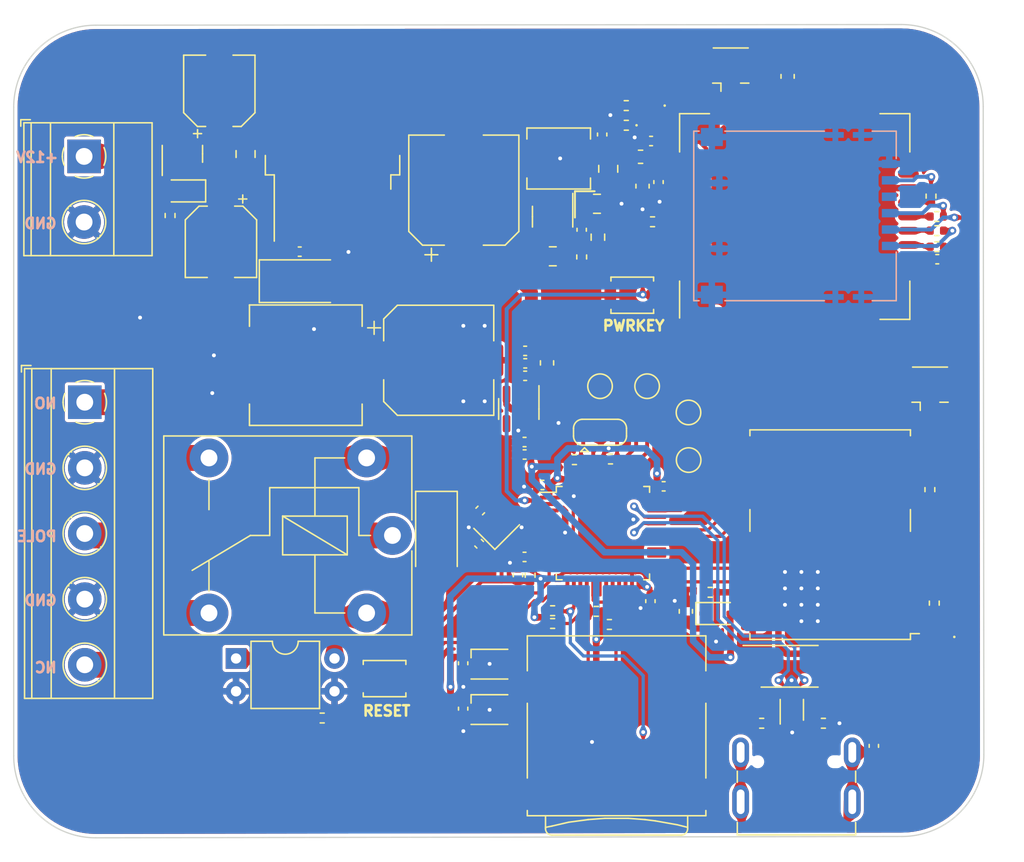
<source format=kicad_pcb>
(kicad_pcb (version 20221018) (generator pcbnew)
  (layers (0 "F.Cu" signal) (31 "B.Cu" signal) (34 "B.Paste" user) (35 "F.Paste" user) (36 "B.SilkS" user "B.Silkscreen") (37 "F.SilkS" user "F.Silkscreen") (38 "B.Mask" user) (39 "F.Mask" user) (44 "Edge.Cuts" user))
  (net 0 "")
  (net 1 "+3V3")
  (net 2 "GND")
  (net 3 "/MCU_ST_STM32F103CBTx/NRST")
  (net 4 "/RF_GSM_SIM800C/SIM_DIO")
  (net 5 "/RF_GSM_SIM800C/NETLIGHT")
  (net 6 "/MCU_ST_STM32F103CBTx/HOSC1")
  (net 7 "/MCU_ST_STM32F103CBTx/HOSC2")
  (net 8 "+4V")
  (net 9 "Net-(U401-FB)")
  (net 10 "Net-(D402-A)")
  (net 11 "Net-(U501-BOOST)")
  (net 12 "/GeoLock_Power/SW_5V")
  (net 13 "+5V")
  (net 14 "Net-(U502-EN)")
  (net 15 "Net-(D101-A)")
  (net 16 "Net-(D201-DOUT)")
  (net 17 "/MCU_ST_STM32F103CBTx/LED_DIN")
  (net 19 "+12V")
  (net 20 "Net-(D301-A)")
  (net 21 "Net-(D401-K)")
  (net 22 "Net-(D601-K)")
  (net 23 "Net-(D602-A)")
  (net 24 "Net-(J101-Pin_1)")
  (net 25 "/MODULE_RELAY/RELAY_NC")
  (net 26 "/MODULE_RELAY/RELAY_POLE")
  (net 27 "/MODULE_RELAY/RELAY_NO")
  (net 28 "/MCU_ST_STM32F103CBTx/SD_NCS")
  (net 29 "/MCU_ST_STM32F103CBTx/SD_MOSI")
  (net 30 "/MCU_ST_STM32F103CBTx/SD_CLK")
  (net 31 "/MCU_ST_STM32F103CBTx/SD_MISO")
  (net 32 "VBUS")
  (net 33 "/D-")
  (net 34 "/D+")
  (net 38 "Net-(JP201-A)")
  (net 39 "/MCU_ST_STM32F103CBTx/BOOT0")
  (net 40 "Net-(JP201-B)")
  (net 41 "/MCU_ST_STM32F103CBTx/RELAY_EN")
  (net 42 "Net-(R301-Pad2)")
  (net 43 "/RF_GSM_SIM800C/VSIM")
  (net 44 "/RF_GSM_SIM800C/SIM_RST")
  (net 45 "/RF_GSM_SIM800C/SIM_CLK")
  (net 46 "/MCU_ST_STM32F103CBTx/SWCLK")
  (net 47 "/MCU_ST_STM32F103CBTx/SWO")
  (net 48 "/MCU_ST_STM32F103CBTx/SWDIO")
  (net 53 "/MCU_ST_STM32F103CBTx/USART3_TX")
  (net 54 "/MCU_ST_STM32F103CBTx/USART3_RX")
  (net 56 "/MCU_ST_STM32F103CBTx/USART1_TX")
  (net 57 "/MCU_ST_STM32F103CBTx/USART1_RX")
  (net 65 "/RF_GPS_NEO6M/GPS_RF")
  (net 69 "Net-(L601-Pad1)")
  (net 70 "Net-(U402-SIM_VDD)")
  (net 71 "Net-(U402-SIM_DATA)")
  (net 72 "Net-(U402-SIM_CLK)")
  (net 73 "Net-(U402-SIM_RST)")
  (net 74 "/RF_GSM_SIM800C/PWRKEY")
  (net 75 "/RF_GPS_NEO6M/V_RF")
  (net 76 "/RF_GPS_NEO6M/V_BCKP")
  (net 77 "Net-(U601-TIMEPULSE)")
  (net 78 "/USB_DN")
  (net 79 "/USB_DP")
  (net 99 "Net-(U402-VRTC)")
  (net 114 "Net-(U601-SDA2)")
  (net 115 "Net-(U601-SCL2)")
  (net 116 "Earth")
  (net 117 "/RF_GSM_SIM800C/GSM_RF")
  (net 120 "/RF_GSM_SIM800C/4V_SW")
  (net 123 "Net-(J103-CC2)")
  (net 125 "Net-(J103-CC1)")
  (net 126 "/RF_GSM_SIM800C/4V_OUT")
  (footprint "Capacitor_SMD:C_0402_1005Metric" (layer "F.Cu") (at 140.3704 95.9674 180)
    (fp_text reference "C206" hide)
    (fp_text value "100n 10V 5%")
  )
  (footprint "Resistor_SMD:R_0402_1005Metric" (layer "F.Cu") (at 146.8594 68.129 180)
    (fp_text reference "R409" hide)
    (fp_text value "4K7 0.1%")
  )
  (footprint "Capacitor_SMD:C_0402_1005Metric" (layer "F.Cu") (at 148.7752 69.3482 180)
    (fp_text reference "C410" hide)
    (fp_text value "1u 10% 10V X5R")
  )
  (footprint "Capacitor_SMD:C_0805_2012Metric" (layer "F.Cu") (at 117.3934 70.3548 90)
    (fp_text reference "C504" hide)
    (fp_text value "470n 5% 50V X7R")
  )
  (footprint "Capacitor_SMD:CP_Elec_5x5.8" (layer "F.Cu") (at 115.3614 65.462 90)
    (fp_text reference "C502" hide)
    (fp_text value "22u 20% 50V")
  )
  (footprint "Resistor_SMD:R_0402_1005Metric" (layer "F.Cu") (at 148.8894 75.5966)
    (fp_text reference "R407" hide)
    (fp_text value "10K 0.1%")
  )
  (footprint "LED_SMD:LED_0402_1005Metric" (layer "F.Cu") (at 148.7403 68.129)
    (fp_text reference "D401" hide)
    (fp_text value "GSM_PWR")
  )
  (footprint "Resistor_SMD:R_0402_1005Metric" (layer "F.Cu") (at 111.5514 75.1128 -90)
    (fp_text reference "R101" hide)
    (fp_text value "10K 0.1%")
  )
  (footprint "Diode_SMD:D_MELF" (layer "F.Cu") (at 132.165 99.8734 -90)
    (fp_text reference "D301" hide)
    (fp_text value "SM4001")
  )
  (footprint "Diode_SMD:D_SMA" (layer "F.Cu") (at 121.9654 80.1948)
    (fp_text reference "D501" hide)
    (fp_text value "SS54")
  )
  (footprint "Capacitor_SMD:C_0402_1005Metric" (layer "F.Cu") (at 170.9226 78.4928)
    (fp_text reference "C408" hide)
    (fp_text value "8p ±1% 50V C0G")
  )
  (footprint "LED_SMD:LED_0402_1005Metric" (layer "F.Cu") (at 148.7394 66.6058 180)
    (fp_text reference "D402" hide)
    (fp_text value "GSM_NET")
  )
  (footprint "LED_SMD:LED_0402_1005Metric" (layer "F.Cu") (at 171.153 107.7252 180)
    (fp_text reference "D602" hide)
    (fp_text value "LED_GPS")
  )
  (footprint "Capacitor_SMD:C_0402_1005Metric" (layer "F.Cu") (at 149.7504 96.0698)
    (fp_text reference "C204" hide)
    (fp_text value "100n 10V 5%")
  )
  (footprint "Capacitor_SMD:CP_Elec_8x10" (layer "F.Cu") (at 132.3414 86.3154)
    (fp_text reference "C506" hide)
    (fp_text value "180u 20% 50V")
  )
  (footprint "Resistor_SMD:R_0402_1005Metric" (layer "F.Cu") (at 145.5494 106.7624)
    (fp_text reference "R205" hide)
    (fp_text value "10K 0.1%")
  )
  (footprint "Capacitor_SMD:C_0402_1005Metric" (layer "F.Cu") (at 143.405 76.2148 -90)
    (fp_text reference "C402" hide)
    (fp_text value "8p ±1% 50V C0G")
  )
  (footprint "Package_TO_SOT_SMD:SOT-23" (layer "F.Cu") (at 112.504 70.3388 90)
    (fp_text reference "Q101" hide)
    (fp_text value "AO3401A")
  )
  (footprint "Package_TO_SOT_SMD:SOT-23-5" (layer "F.Cu") (at 138.539 90.0848 -90)
    (fp_text reference "U502" hide)
    (fp_text value "TLV75733PDBV")
  )
  (footprint "Resistor_SMD:R_0402_1005Metric" (layer "F.Cu") (at 153.3472 104.2732)
    (fp_text reference "R602" hide)
    (fp_text value "1K 0.1%")
  )
  (footprint "TestPoint:TestPoint_Pad_D1.5mm" (layer "F.Cu") (at 148.4704 88.3228)
    (fp_text reference "TP201" hide)
    (fp_text value "TP_SWCLK")
  )
  (footprint "Capacitor_SMD:C_0402_1005Metric" (layer "F.Cu") (at 121.5844 77.9088 180)
    (fp_text reference "C501" hide)
    (fp_text value "10n 5% 16V X7R")
  )
  (footprint "RF_GSM:SIMCom_SIM800C" (layer "F.Cu") (at 159.8924 75.1908 90)
    (fp_text reference "U402" hide)
    (fp_text value "SIM800C")
  )
  (footprint "Connector_Card:microSD_HC_Wuerth_693072010801" (layer "F.Cu") (at 146.1066 115.7534 180)
    (fp_text reference "J201" hide)
    (fp_text value "Micro_SD_Card")
  )
  (footprint "RF_GPS:ublox_NEO" (layer "F.Cu") (at 162.6364 99.8108 180)
    (fp_text reference "U601" hide)
    (fp_text value "NEO-6x")
  )
  (footprint "Resistor_SMD:R_0402_1005Metric" (layer "F.Cu") (at 170.8926 77.5278)
    (fp_text reference "R404" hide)
    (fp_text value "51R 0.1%")
  )
  (footprint "Capacitor_SMD:C_0402_1005Metric" (layer "F.Cu") (at 138.9902 93.6086 180)
    (fp_text reference "C510" hide)
    (fp_text value "1u 10% 10V X5R")
  )
  (footprint "Capacitor_SMD:C_0805_2012Metric" (layer "F.Cu") (at 145.4604 71.4978 -90)
    (fp_text reference "C407" hide)
    (fp_text value "22u 20% X5R 16V")
  )
  (footprint "Package_TO_SOT_SMD:SOT-23-5" (layer "F.Cu") (at 141.1546 75.2017 -90)
    (fp_text reference "U401" hide)
    (fp_text value "SY8089")
  )
  (footprint "Capacitor_SMD:CP_Elec_8x10" (layer "F.Cu") (at 134.2844 73.1488 90)
    (fp_text reference "C505" hide)
    (fp_text value "180u 20% 50V")
  )
  (footprint "Capacitor_SMD:C_0402_1005Metric" (layer "F.Cu") (at 135.5544 97.940189 -135)
    (fp_text reference "C208" hide)
    (fp_text value "22p 1% NP0 50V")
  )
  (footprint "Capacitor_SMD:C_0402_1005Metric" (layer "F.Cu") (at 138.985 92.6434 180)
    (fp_text reference "C511" hide)
    (fp_text value "100n 10V 5%")
  )
  (footprint "Resistor_SMD:R_0402_1005Metric" (layer "F.Cu") (at 170.8906 75.1908)
    (fp_text reference "R406" hide)
    (fp_text value "51R 0.1%")
  )
  (footprint "TestPoint:TestPoint_Pad_D1.5mm" (layer "F.Cu") (at 151.6708 90.354)
    (fp_text reference "TP202" hide)
    (fp_text value "TP_GND")
  )
  (footprint "Connector_Coaxial:U.FL_Hirose_U.FL-R-SMT-1_Vertical" (layer "F.Cu") (at 170.3652 88.6776 90)
    (fp_text reference "J601" hide)
    (fp_text value "Conn_GPS")
  )
  (footprint "Inductor_SMD:L_0402_1005Metric" (layer "F.Cu") (at 170.3524 94.3958 90)
    (fp_text reference "L601" hide)
    (fp_text value "22u")
  )
  (footprint "Capacitor_SMD:C_0402_1005Metric" (layer "F.Cu") (at 139.0358 86.553 180)
    (fp_text reference "C508" hide)
    (fp_text value "1u 10% 10V X5R")
  )
  (footprint "Capacitor_SMD:C_0603_1608Metric" (layer "F.Cu") (at 159.3416 64.3444 -90)
    (fp_text reference "C401" hide)
    (fp_text value "100u 20% 6.3V")
  )
  (footprint "TestPoint:TestPoint_Pad_D1.5mm" (layer "F.Cu") (at 151.6834 94.0378)
    (fp_text reference "TP204" hide)
    (fp_text value "TP_SWDIO")
  )
  (footprint "Capacitor_SMD:C_0402_1005Metric" (layer "F.Cu") (at 134.232 109.7644 -90)
    (fp_text reference "C211" hide)
    (fp_text value "100n 10V 5%")
  )
  (footprint "Capacitor_SMD:C_0402_1005Metric" (layer "F.Cu") (at 166.0164 116.1584 90)
    (fp_text reference "C101" hide)
    (fp_text value "1u 10% 10V X5R")
  )
  (footprint "Inductor_SMD:L_0603_1608Metric" (layer "F.Cu") (at 140.7234 86.5186 -90)
    (fp_text reference "FB501" hide)
    (fp_text value "220R @ 100MHz 3A")
  )
  (footprint "Resistor_SMD:R_0402_1005Metric" (layer "F.Cu") (at 145.6348 93.956)
    (fp_text reference "R206" hide)
    (fp_text value "10K 0.1%")
  )
  (footprint "Diode_SMD:D_SOD-323" (layer "F.Cu") (at 112.6944 73.2098 180)
    (fp_text reference "D101" hide)
    (fp_text value "11V")
  )
  (footprint "LED_SMD:LED_WS2812B-2020_PLCC4_2.0x2.0mm" (layer "F.Cu") (at 136.264 113.3484)
    (fp_text reference "D202" hide)
    (fp_text value "WS2812B")
  )
  (footprint "Capacitor_SMD:C_0402_1005Metric" (layer "F.Cu") (at 138.9834 101.5334 180)
    (fp_text reference "C203" hide)
    (fp_text value "10u 20% 10V X5R")
  )
  (footprint "Resistor_SMD:R_0402_1005Metric" (layer "F.Cu") (at 157.335 114.4078 180)
    (fp_text reference "R102" hide)
    (fp_text value "5K1 0.1%")
  )
  (footprint "Crystal:Crystal_SMD_2016-4Pin_2.0x1.6mm" (layer "F.Cu") (at 136.826589 99.1846 45)
    (fp_text reference "Y201" hide)
    (fp_text value "16MHz")
  )
  (footprint "Resistor_SMD:R_0402_1005Metric" (layer "F.Cu") (at 170.3524 96.3258 90)
    (fp_text reference "R601" hide)
    (fp_text value "22R 0.1%")
  )
  (footprint "Diode_SMD:D_SOD-323" (layer "F.Cu") (at 153.857 105.9162)
    (fp_text reference "D601" hide)
    (fp_text value "SD103AWS")
  )
  (footprint "Inductor_SMD:L_0603_1608Metric" (layer "F.Cu") (at 147.9624 70.5674 180)
    (fp_text reference "FB401" hide)
    (fp_text value "220R @ 100MHz 3A")
  )
  (footprint "Package_QFP:LQFP-48_7x7mm_P0.5mm" (layer "F.Cu") (at 145.0495 99.6924)
    (fp_text reference "U201" hide)
    (fp_text value "STM32F103CBTx")
  )
  (footprint "Resistor_SMD:R_0402_1005Metric" (layer "F.Cu") (at 143.405 78.3204 -90)
    (fp_text reference "R402" hide)
    (fp_text value "56K 0.1%")
  )
  (footprint "Capacitor_SMD:CP_Elec_5x5.8" (layer "F.Cu") (at 115.4884 77.1468 -90)
    (fp_text reference "C503" hide)
    (fp_text value "22u 20% 50V")
  )
  (footprint "Button_Switch_SMD:SW_SPST_B3U-1000P" (layer "F.Cu") (at 147.32 81.28 180)
    (fp_text reference "SW401" hide)
    (fp_text value "GSM_PWR")
  )
  (footprint "Capacitor_SMD:C_0402_1005Metric" (layer "F.Cu") (at 139.0306 85.5878 180)
    (fp_text reference "C507" hide)
    (fp_text value "100n 10V 5%")
  )
  (footprint "Inductor_SMD:L_Sunlord_MWSA0804S" (layer "F.Cu") (at 122.0544 86.6964)
    (fp_text reference "L501" hide)
    (fp_text value "22u")
  )
  (footprint "Capacitor_SMD:C_0402_1005Metric" (layer "F.Cu") (at 139.0306 87.5182 180)
    (fp_text reference "C509" hide)
    (fp_text value "1u 10% 10V X5R")
  )
  (footprint "Capacitor_SMD:C_0805_2012Metric" (layer "F.Cu") (at 141.1698 78.2696)
    (fp_text reference "C405" hide)
    (fp_text value "22u 20% X5R 16V")
  )
  (footprint "Resistor_SMD:R_0603_1608Metric" (layer "F.Cu") (at 144.6604 76.7904 -90)
    (fp_text reference "R401" hide)
    (fp_text value "330K 0.1%")
  )
  (footprint "Resistor_SMD:R_0402_1005Metric" (layer "F.Cu") (at 162.1122 114.4078)
    (fp_text reference "R103" hide)
    (fp_text value "5K1 0.1%")
  )
  (footprint "LED_SMD:LED_WS2812B-2020_PLCC4_2.0x2.0mm" (layer "F.Cu") (at 136.264 109.8344)
    (fp_text reference "D201" hide)
    (fp_text value "WS2812B")
  )
  (footprint "Relay_THT:Relay_SPDT_Finder_36.11" (layer "F.Cu") (at 128.7614 99.8734 180)
    (fp_text reference "K301" hide)
    (fp_text value "FINDER-36.11")
  )
  (footprint "Capacitor_SMD:C_0402_1005Metric" (layer "F.Cu") (at 134.232 113.2784 -90)
    (fp_text reference "C210" hide)
    (fp_text value "100n 10V 5%")
  )
  (footprint "Capacitor_SMD:C_0805_2012Metric" (layer "F.Cu") (at 144.5886 74.2056)
    (fp_text reference "C406" hide)
    (fp_text value "22u 20% X5R 16V")
  )
  (footprint "Capacitor_SMD:C_0402_1005Metric" (layer "F.Cu") (at 138.4754 102.9532 90)
    (fp_text reference "C207" hide)
    (fp_text value "1u 10% 10V X5R")
  )
  (footprint "Capacitor_SMD:C_0603_1608Metric" (layer "F.Cu") (at 151.4676 105.7464 -90)
    (fp_text reference "C601" hide)
    (fp_text value "100u 20% 6.3V")
  )
  (footprint "TerminalBlock_Phoenix:TerminalBlock_Phoenix_MKDS-1,5-2-5.08_1x02_P5.08mm_Horizontal" (layer "F.Cu") (at 104.8964 70.5378 -90)
    (fp_text reference "J101" hide)
    (fp_text value "Conn_VIN")
  )
  (footprint "Resistor_SMD:R_0402_1005Metric" (layer "F.Cu") (at 141.1552 106.6862)
    (fp_text reference "R203" hide)
    (fp_text value "10K 0.1%")
  )
  (footprint "Resistor_SMD:R_0402_1005Metric" (layer "F.Cu") (at 144.5314 105.7464 180)
    (fp_text reference "R204" hide)
    (fp_text value "10K 0.1%")
  )
  (footprint "Capacitor_SMD:C_0402_1005Metric" (layer "F.Cu") (at 144.9906 68.8428 90)
    (fp_text reference "C409" hide)
    (fp_text value "1u 10% 10V X5R")
  )
  (footprint "Package_TO_SOT_SMD:TO-263-7_TabPin8" (layer "F.Cu") (at 124.1244 67.1438 90)
    (fp_text reference "U501" hide)
    (fp_text value "LM2678-5.0")
  )
  (footprint "TestPoint:TestPoint_Pad_D1.5mm" (layer "F.Cu") (at 144.8254 88.3228)
    (fp_text reference "TP203" hide)
    (fp_text value "TP_SWO")
  )
  (footprint "Capacitor_SMD:C_0402_1005Metric" (layer "F.Cu") (at 148.7244 104.9564 -90)
    (fp_text reference "C205" hide)
    (fp_text value "100n 10V 5%")
  )
  (footprint "Jumper:SolderJumper-3_P1.3mm_Bridged2Bar12_RoundedPad1.0x1.5mm" (layer "F.Cu") (at 144.824 91.8831)
    (fp_text reference "JP201" hide)
    (fp_text value "JP_BOOT")
  )
  (footprint "Resistor_SMD:R_0402_1005Metric" (layer "F.Cu") (at 142.8448 94.0068 180)
    (fp_text reference "R207" hide)
    (fp_text value "10K 0.1%")
  )
  (footprint "Capacitor_SMD:C_0402_1005Metric" (layer "F.Cu") (at 135.468989 100.5148 135)
    (fp_text reference "C209" hide)
    (fp_text value "22p 1% NP0 50V")
  )
  (footprint "Package_TO_SOT_SMD:SOT-666" (layer "F.Cu") (at 159.669 113.3664 90)
    (fp_text reference "U101" hide)
    (fp_text value "USBLC6-2P6")
  )
  (footprint "Capacitor_SMD:C_0402_1005Metric" (layer "F.Cu") (at 149.3514 72.5238 -90)
    (fp_text reference "C404" hide)
    (fp_text value "100n 10V 5%")
  )
  (footprint "Resistor_SMD:R_0402_1005Metric" (layer "F.Cu") (at 170.8926 76.283)
    (fp_text reference "R405" hide)
    (fp_text value "51R 0.1%")
  )
  (footprint "Resistor_SMD:R_0402_1005Metric" (layer "F.Cu") (at 141.1552 105.6956)
    (fp_text reference "R202" hide)
    (fp_text value "10K 0.1%")
  )
  (footprint "Connector_Coaxial:U.FL_Hirose_U.FL-R-SMT-1_Vertical" (layer "F.Cu") (at 154.9424 63.9818 90)
    (fp_text reference "J402" hide)
    (fp_text value "Conn_GSM")
  )
  (footprint "Package_SO:TSSOP-8_4.4x3mm_P0.65mm" (layer "F.Cu") (at 159.4989 109.9988)
    (fp_text reference "U602" hide)
    (fp_text value "24LC32")
  )
  (footprint "TerminalBlock_Phoenix:TerminalBlock_Phoenix_MKDS-1,5-5-5.08_1x05_P5.08mm_Horizontal" (layer "F.Cu") (at 104.9486 89.5618 -90)
    (fp_text reference "J102" hide)
    (fp_text value "Conn_CUTOUT")
  )
  (footprint "Package_DIP:DIP-4_W7.62mm" (layer "F.Cu") (at 116.6556 109.3934)
    (fp_text reference "U301" hide)
    (fp_text value "PC817")
  )
  (footprint "Button_Switch_SMD:SW_SPST_B3U-1000P" (layer "F.Cu") (at 128.1504 110.9534)
    (fp_text reference "SW201" hide)
    (fp_text value "SW_RST")
  )
  (footprint "Resistor_SMD:R_0402_1005Metric" (layer "F.Cu") (at 146.8554 66.6058 180)
    (fp_text reference "R408" hide)
    (fp_text value "4k7 0.1%")
  )
  (footprint "Resistor_SMD:R_0402_1005Metric" (layer "F.Cu") (at 123.3244 114.0014 180)
    (fp_text reference "R301" hide)
    (fp_text value "1K 0.1%")
  )
  (footprint "Resistor_SMD:R_0402_1005Metric" (layer "F.Cu") (at 170.6934 105.111 90)
    (fp_text reference "R603" hide)
    (fp_text value "4k7 0.1%")
  )
  (footprint "Capacitor_SMD:C_0603_1608Metric" (layer "F.Cu") (at 148.1148 72.8404 90)
    (fp_text reference "C403" hide)
    (fp_text value "100u 20% 6.3V")
  )
  (footprint "Resistor_SMD:R_0402_1005Metric" (layer "F.Cu") (at 170.4414 73.6134 90)
    (fp_text reference "R403" hide)
    (fp_text value "51R 0.1%")
  )
  (footprint "Connector_USB:USB_C_Receptacle_JAE_DX07S016JA1R1500" (layer "F.Cu") (at 160.0274 119.3354)
    (fp_text reference "J103" hide)
    (fp_text value "USB_C_Receptacle_USB2.0")
  )
  (footprint "Inductor_SMD:L_Sunlord_MWSA0402S" (layer "F.Cu") (at 141.627 70.7004)
    (fp_text reference "L401" hide)
    (fp_text value "2u2")
  )
  (footprint "Resistor_SMD:R_0402_1005Metric" (layer "F.Cu") (at 139.4152 102.9558 -90)
    (fp_text reference "R201" hide)
    (fp_text value "10K 0.1%")
  )
  (footprint "Connector_Card:microSIM_JAE_SF53S006VCBR2000" (layer "B.Cu") (at 160.5884 75.1444 90)
    (fp_text reference "J401" hide)
    (fp_text value "SIM_Card")
  )
  (gr_line (start 142.8824 73.2344) (end 144.4064 73.2344) (stroke (width 0.15)) (layer "F.SilkS"))
  (gr_line (start 142.8824 75.2664) (end 142.8824 73.2344) (stroke (width 0.15)) (layer "F.SilkS"))
  (gr_arc (start 105.7984 123.2724) (mid 101.308272 121.412528) (end 99.4484 116.9224) (stroke (width 0.1)) (layer "Edge.Cuts"))
  (gr_line (start 168.1808 123.1708) (end 105.7984 123.2724) (stroke (width 0.1)) (layer "Edge.Cuts"))
  (gr_line (start 174.48 66.6812) (end 174.5308 116.8208) (stroke (width 0.1)) (layer "Edge.Cuts"))
  (gr_line (start 105.7984 60.3828) (end 168.13 60.3312) (stroke (width 0.1)) (layer "Edge.Cuts"))
  (gr_arc (start 99.4484 66.7328) (mid 101.308272 62.242672) (end 105.7984 60.3828) (stroke (width 0.1)) (layer "Edge.Cuts"))
  (gr_line (start 99.4484 116.9224) (end 99.4484 66.7328) (stroke (width 0.1)) (layer "Edge.Cuts"))
  (gr_arc (start 168.13 60.3312) (mid 172.620128 62.191072) (end 174.48 66.6812) (stroke (width 0.1)) (layer "Edge.Cuts"))
  (gr_arc (start 174.5308 116.8208) (mid 172.670928 121.310928) (end 168.1808 123.1708) (stroke (width 0.1)) (layer "Edge.Cuts"))
  (gr_text "NC" (at 102.8774 110.5724) (layer "B.SilkS") (effects (font (size 0.8 0.8) (thickness 0.2) bold) (justify left bottom mirror)))
  (gr_text "POLE" (at 102.8774 100.4124) (layer "B.SilkS") (effects (font (size 0.8 0.8) (thickness 0.2) bold) (justify left bottom mirror)))
  (gr_text "+12V" (at 102.997 71.0754) (layer "B.SilkS") (effects (font (size 0.8 0.8) (thickness 0.2) bold) (justify left bottom mirror)))
  (gr_text "GND" (at 102.8774 95.2054) (layer "B.SilkS") (effects (font (size 0.8 0.8) (thickness 0.2) bold) (justify left bottom mirror)))
  (gr_text "NO" (at 102.87 90.1254) (layer "B.SilkS") (effects (font (size 0.8 0.8) (thickness 0.2) bold) (justify left bottom mirror)))
  (gr_text "GND" (at 102.87 76.2) (layer "B.SilkS") (effects (font (size 0.8 0.8) (thickness 0.2) bold) (justify left bottom mirror)))
  (gr_text "GND" (at 102.8774 105.3654) (layer "B.SilkS") (effects (font (size 0.8 0.8) (thickness 0.2) bold) (justify left bottom mirror)))
  (gr_text "RESET" (at 126.365 113.919) (layer "F.SilkS") (effects (font (size 0.8 0.8) (thickness 0.2) bold) (justify left bottom)))
  (gr_text "PWRKEY" (at 144.9316 84.112) (layer "F.SilkS") (effects (font (size 0.8 0.8) (thickness 0.2) bold) (justify left bottom)))
  (segment (start 139.489 92.6194) (end 139.465 92.6434) (width 0.5) (layer "F.Cu") (net 1))
  (segment (start 154.922 109.3024) (end 154.922 106.9448) (width 0.5) (layer "F.Cu") (net 1))
  (segment (start 134.232 112.7984) (end 135.349 112.7984) (width 0.5) (layer "F.Cu") (net 1))
  (segment (start 139.4634 102.3976) (end 139.5804 102.2806) (width 0.3) (layer "F.Cu") (net 1))
  (segment (start 145.1248 93.5031) (end 145.1248 93.956) (width 0.3) (layer "F.Cu") (net 1))
  (segment (start 139.4702 94.4738) (end 139.5422 94.5458) (width 0.5) (layer "F.Cu") (net 1))
  (segment (start 145.4953 93.1326) (end 145.1248 93.5031) (width 0.3) (layer "F.Cu") (net 1))
  (segment (start 149.2704 96.0698) (end 149.2704 95.6244) (width 0.5) (layer "F.Cu") (net 1))
  (segment (start 159.2408 109.0238) (end 161.2712 109.0238) (width 0.5) (layer "F.Cu") (net 1))
  (segment (start 139.4548 102.4458) (end 139.4152 102.4458) (width 0.3) (layer "F.Cu") (net 1))
  (segment (start 139.5804 102.5714) (end 139.2896 102.5714) (width 0.3) (layer "F.Cu") (net 1))
  (segment (start 133.6276 112.7984) (end 134.232 112.7984) (width 0.5) (layer "F.Cu") (net 1))
  (segment (start 142.7554 100.4124) (end 142.2254 100.9424) (width 0.25) (layer "F.Cu") (net 1))
  (segment (start 162.3606 109.023) (end 162.3614 109.0238) (width 0.3) (layer "F.Cu") (net 1))
  (segment (start 133.2558 111.5884) (end 133.2558 112.4266) (width 0.5) (layer "F.Cu") (net 1))
  (segment (start 144.5334 114.611) (end 145.992 116.0696) (width 0.5) (layer "F.Cu") (net 1))
  (segment (start 149.2704 96.0698) (end 149.2704 96.5778) (width 0.25) (layer "F.Cu") (net 1))
  (segment (start 144.5334 107.9054) (end 144.5334 114.611) (width 0.5) (layer "F.Cu") (net 1))
  (segment (start 139.4702 93.6086) (end 139.4702 94.4738) (width 0.5) (layer "F.Cu") (net 1))
  (segment (start 144.635 107.9054) (end 144.5334 107.9054) (width 0.5) (layer "F.Cu") (net 1))
  (segment (start 145.0414 106.7604) (end 145.0394 106.7624) (width 0.5) (layer "F.Cu") (net 1))
  (segment (start 158.0868 105.7108) (end 158.6304 106.2544) (width 0.5) (layer "F.Cu") (net 1))
  (segment (start 149.2324 95.5864) (end 149.2324 95.0784) (width 0.5) (layer "F.Cu") (net 1))
  (segment (start 133.2558 111.5884) (end 133.2558 109.5818) (width 0.5) (layer "F.Cu") (net 1))
  (segment (start 158.6304 108.4134) (end 159.2408 109.0238) (width 0.5) (layer "F.Cu") (net 1))
  (segment (start 139.465 92.6434) (end 139.465 93.6034) (width 0.5) (layer "F.Cu") (net 1))
  (segment (start 156.6364 105.7108) (end 158.0868 105.7108) (width 0.5) (layer "F.Cu") (net 1))
  (segment (start 140.887 96.8424) (end 140.887 96.0432) (width 0.5) (layer "F.Cu") (net 1))
  (segment (start 148.7244 103.9684) (end 148.7244 104.4764) (width 0.3) (layer "F.Cu") (net 1))
  (segment (start 141.5234 95.4348) (end 141.6185 95.5299) (width 0.5) (layer "F.Cu") (net 1))
  (segment (start 149.212 96.6362) (end 149.2704 96.5778) (width 0.25) (layer "F.Cu") (net 1))
  (segment (start 134.232 109.2844) (end 135.349 109.2844) (width 0.5) (layer "F.Cu") (net 1))
  (segment (start 140.6452 106.2036) (end 140.6452 106.6862) (width 0.5) (layer "F.Cu") (net 1))
  (segment (start 139.4634 101.527459) (end 139.4634 101.5334) (width 0.3) (layer "F.Cu") (net 1))
  (segment (start 140.048459 100.9424) (end 139.4634 101.527459) (width 0.3) (layer "F.Cu") (net 1))
  (segment (start 141.927 96.9424) (end 142.7554 97.7708) (width 0.25) (layer "F.Cu") (net 1))
  (segment (start 140.6452 105.6956) (end 140.6452 106.2036) (width 0.5) (layer "F.Cu") (net 1))
  (segment (start 148.4704 103.8549) (end 147.7995 103.8549) (width 0.3) (layer "F.Cu") (net 1))
  (segment (start 133.2558 109.5818) (end 133.5532 109.2844) (width 0.5) (layer "F.Cu") (net 1))
  (segment (start 140.887 96.0432) (end 141.4954 95.4348) (width 0.5) (layer "F.Cu") (net 1))
  (segment (start 140.225011 103.216011) (end 139.4548 102.4458) (width 0.3) (layer "F.Cu") (net 1))
  (segment (start 155.5926 105.7108) (end 155.3872 105.9162) (width 0.3) (layer "F.Cu") (net 1))
  (segment (start 139.465 93.6034) (end 139.4702 93.6086) (width 0.5) (layer "F.Cu") (net 1))
  (segment (start 154.922 106.9448) (end 154.907 106.9298) (width 0.5) (layer "F.Cu") (net 1))
  (segment (start 158.6304 106.2544) (end 158.6304 108.4134) (width 0.5) (layer "F.Cu") (net 1))
  (segment (start 139.489 91.2223) (end 139.489 92.6194) (width 0.5) (layer "F.Cu") (net 1))
  (segment (start 141.4954 95.4348) (end 141.5234 95.4348) (width 0.5) (layer "F.Cu") (net 1))
  (segment (start 145.0414 105.7464) (end 145.0414 106.7604) (width 0.5) (layer "F.Cu") (net 1))
  (segment (start 142.2254 100.9424) (end 140.887 100.9424) (width 0.25) (layer "F.Cu") (net 1))
  (segment (start 155.3872 105.9162) (end 154.907 105.9162) (width 0.3) (layer "F.Cu") (net 1))
  (segment (start 161.272 109.023) (end 162.3606 109.023) (width 0.3) (layer "F.Cu") (net 1))
  (segment (start 139.4634 101.5334) (end 139.4634 102.3976) (width 0.3) (layer "F.Cu") (net 1))
  (segment (start 145.992 116.0696) (end 145.992 117.3124) (width 0.5) (layer "F.Cu") (net 1))
  (segment (start 148.6109 103.8549) (end 148.7244 103.9684) (width 0.3) (layer "F.Cu") (net 1))
  (segment (start 145.0394 106.7624) (end 145.0394 107.501) (width 0.5) (layer "F.Cu") (net 1))
  (segment (start 154.907 106.9298) (end 154.907 105.9162) (width 0.5) (layer "F.Cu") (net 1))
  (segment (start 149.212 96.9424) (end 149.212 96.6362) (width 0.25) (layer "F.Cu") (net 1))
  (segment (start 145.0394 107.501) (end 144.635 107.9054) (width 0.5) (layer "F.Cu") (net 1))
  (segment (start 139.2896 102.5714) (end 139.4152 102.4458) (width 0.3) (layer "F.Cu") (net 1))
  (segment (start 156.6364 105.7108) (end 155.5926 105.7108) (width 0.3) (layer "F.Cu") (net 1))
  (segment (start 148.4704 103.8549) (end 148.6109 103.8549) (width 0.3) (layer "F.Cu") (net 1))
  (segment (start 161.2712 109.0238) (end 161.272 109.023) (width 0.5) (layer "F.Cu") (net 1))
  (segment (start 139.5804 102.2806) (end 139.5804 102.5714) (width 0.3) (layer "F.Cu") (net 1))
  (segment (start 142.7554 97.7708) (end 142.7554 100.4124) (width 0.25) (layer "F.Cu") (net 1))
  (segment (start 140.887 100.9424) (end 140.048459 100.9424) (width 0.3) (layer "F.Cu") (net 1))
  (segment (start 133.5532 109.2844) (end 134.232 109.2844) (width 0.5) (layer "F.Cu") (net 1))
  (segment (start 149.2704 95.6244) (end 149.2324 95.5864) (width 0.5) (layer "F.Cu") (net 1))
  (segment (start 133.2558 112.4266) (end 133.6276 112.7984) (width 0.5) (layer "F.Cu") (net 1))
  (segment (start 139.7461 106.2036) (end 140.6452 106.2036) (width 0.5) (layer "F.Cu") (net 1))
  (segment (start 140.887 96.9424) (end 141.927 96.9424) (width 0.25) (layer "F.Cu") (net 1))
  (segment (start 141.6185 95.5299) (end 142.1995 95.5299) (width 0.5) (layer "F.Cu") (net 1))
  (via (at 148.4704 103.8549) (size 0.6) (drill 0.3) (layers "F.Cu" "B.Cu") (net 1))
  (via (at 133.2558 111.5884) (size 0.6) (drill 0.3) (layers "F.Cu" "B.Cu") (net 1))
  (via (at 141.5234 95.4348) (size 0.6) (drill 0.3) (layers "F.Cu" "B.Cu") (net 1))
  (via (at 139.5422 94.5458) (size 0.6) (drill 0.3) (layers "F.Cu" "B.Cu") (net 1))
  (via (at 144.5334 107.9054) (size 0.6) (drill 0.3) (layers "F.Cu" "B.Cu") (net 1))
  (via (at 139.7461 106.2036) (size 0.6) (drill 0.3) (layers "F.Cu" "B.Cu") (net 1))
  (via (at 145.4953 93.1326) (size 0.6) (drill 0.3) (layers "F.Cu" "B.Cu") (net 1))
  (via (at 154.922 109.3024) (size 0.6) (drill 0.3) (layers "F.Cu" "B.Cu") (net 1))
  (via (at 149.2324 95.0784) (size 0.6) (drill 0.3) (layers "F.Cu" "B.Cu") (net 1))
  (via (at 140.225011 103.216011) (size 0.6) (drill 0.3) (layers "F.Cu" "B.Cu") (net 1))
  (segment (start 149.2324 95.0784) (end 149.2324 94.037) (width 0.5) (layer "B.Cu") (net 1))
  (segment (start 133.2304 104.6034) (end 134.617789 103.216011) (width 0.5) (layer "B.Cu") (net 1))
  (segment (start 139.7461 106.2036) (end 139.7461 105.2251) (width 0.5) (layer "B.Cu") (net 1))
  (segment (start 149.2324 94.037) (end 148.328 93.1326) (width 0.5) (layer "B.Cu") (net 1))
  (segment (start 147.831511 103.216011) (end 148.4704 103.8549) (width 0.5) (layer "B.Cu") (net 1))
  (segment (start 141.5234 95.4348) (end 141.5234 94.4942) (width 0.5) (layer "B.Cu") (net 1))
  (segment (start 153.2964 109.3024) (end 152.0264 108.0324) (width 0.5) (layer "B.Cu") (net 1))
  (segment (start 133.2304 111.563) (end 133.2304 104.6034) (width 0.5) (layer "B.Cu") (net 1))
  (segment (start 144.5334 103.216011) (end 147.831511 103.216011) (width 0.5) (layer "B.Cu") (net 1))
  (segment (start 141.5234 93.9482) (end 142.339 93.1326) (width 0.5) (layer "B.Cu") (net 1))
  (segment (start 141.5234 94.4942) (end 141.5234 93.9482) (width 0.5) (layer "B.Cu") (net 1))
  (segment (start 152.0264 108.0324) (end 152.0264 102.0634) (width 0.5) (layer "B.Cu") (net 1))
  (segment (start 140.225011 104.746189) (end 140.225011 103.216011) (width 0.5) (layer "B.Cu") (net 1))
  (segment (start 141.4718 94.5458) (end 141.5234 94.4942) (width 0.5) (layer "B.Cu") (net 1))
  (segment (start 134.617789 103.216011) (end 140.225011 103.216011) (width 0.5) (layer "B.Cu") (net 1))
  (segment (start 139.7461 105.2251) (end 140.225011 104.746189) (width 0.5) (layer "B.Cu") (net 1))
  (segment (start 145.1684 101.1744) (end 139.5422 95.5482) (width 0.5) (layer "B.Cu") (net 1))
  (segment (start 148.328 93.1326) (end 145.4953 93.1326) (width 0.5) (layer "B.Cu") (net 1))
  (segment (start 139.5422 95.5482) (end 139.5422 94.5458) (width 0.5) (layer "B.Cu") (net 1))
  (segment (start 151.1374 101.1744) (end 145.1684 101.1744) (width 0.5) (layer "B.Cu") (net 1))
  (segment (start 154.922 109.3024) (end 153.2964 109.3024) (width 0.5) (layer "B.Cu") (net 1))
  (segment (start 144.5334 103.216011) (end 144.5334 107.9054) (width 0.5) (layer "B.Cu") (net 1))
  (segment (start 139.5422 94.5458) (end 141.4718 94.5458) (width 0.5) (layer "B.Cu") (net 1))
  (segment (start 142.339 93.1326) (end 145.4953 93.1326) (width 0.5) (layer "B.Cu") (net 1))
  (segment (start 133.2558 111.5884) (end 133.2304 111.563) (width 0.5) (layer "B.Cu") (net 1))
  (segment (start 152.0264 102.0634) (end 151.1374 101.1744) (width 0.5) (layer "B.Cu") (net 1))
  (segment (start 140.225011 103.216011) (end 144.5334 103.216011) (width 0.5) (layer "B.Cu") (net 1))
  (segment (start 142.1204 100.166471) (end 142.1204 99.6504) (width 0.3) (layer "F.Cu") (net 2))
  (segment (start 149.3514 73.0038) (end 151.0794 73.0038) (width 0.5) (layer "F.Cu") (net 2))
  (segment (start 140.887 100.4424) (end 141.844471 100.4424) (width 0.3) (layer "F.Cu") (net 2))
  (segment (start 141.844471 100.4424) (end 142.1204 100.166471) (width 0.3) (layer "F.Cu") (net 2))
  (segment (start 124.0864 78.4414) (end 124.0864 79.3304) (width 2) (layer "F.Cu") (net 2))
  (segment (start 142.7995 96.8257) (end 142.7934 96.8318) (width 0.25) (layer "F.Cu") (net 2))
  (segment (start 124.0864 78.4414) (end 124.1244 78.4034) (width 0.75) (layer "F.Cu") (net 2))
  (segment (start 124.1244 78.4034) (end 124.1244 74.7938) (width 0.75) (layer "F.Cu") (net 2))
  (segment (start 142.7995 95.5299) (end 142.7995 96.8257) (width 0.25) (layer "F.Cu") (net 2))
  (segment (start 151.0794 73.0038) (end 151.0924 72.9908) (width 0.5) (layer "F.Cu") (net 2))
  (segment (start 148.0158 69.0688) (end 148.2952 69.3482) (width 0.5) (layer "F.Cu") (net 2))
  (segment (start 147.5052 69.0688) (end 148.0158 69.0688) (width 0.5) (layer "F.Cu") (net 2))
  (via (at 161.6784 103.9684) (size 0.6) (drill 0.3) (layers "F.Cu" "B.Cu") (net 2))
  (via (at 144.2032 115.8556) (size 0.6) (drill 0.3) (layers "F.Cu" "B.Cu") (net 2))
  (via (at 114.9424 85.9344) (size 0.6) (drill 0.3) (layers "F.Cu" "B.Cu") (net 2))
  (via (at 159.6464 111.0804) (size 0.6) (drill 0.3) (layers "F.Cu" "B.Cu") (net 2))
  (via (at 161.6784 102.6984) (size 0.6) (drill 0.3) (layers "F.Cu" "B.Cu") (net 2))
  (via (at 134.6654 99.2448) (size 0.6) (drill 0.3) (layers "F.Cu" "B.Cu") (net 2))
  (via (at 147.9624 105.4924) (size 0.6) (drill 0.3) (layers "F.Cu" "B.Cu") (net 2))
  (via (at 138.7548 99.2448) (size 0.6) (drill 0.3) (layers "F.Cu" "B.Cu") (net 2))
  (via (at 141.6124 91.1668) (size 0.6) (drill 0.3) (layers "F.Cu" "B.Cu") (net 2))
  (via (at 153.8044 108.0832) (size 0.6) (drill 0.3) (layers "F.Cu" "B.Cu") (net 2))
  (via (at 160.4084 106.5084) (size 0.6) (drill 0.3) (layers "F.Cu" "B.Cu") (net 2))
  (via (at 147.5052 69.0688) (size 0.6) (drill 0.3) (layers "F.Cu" "B.Cu") (net 2))
  (via (at 122.6894 83.9024) (size 0.6) (drill 0.3) (layers "F.Cu" "B.Cu") (net 2))
  (via (at 160.4084 105.2384) (size 0.6) (drill 0.3) (layers "F.Cu" "B.Cu") (net 2))
  (via (at 146.4892 74.1996) (size 0.6) (drill 0.3) (layers "F.Cu" "B.Cu") (net 2))
  (via (at 163.3548 114.4078) (size 0.6) (drill 0.3) (layers "F.Cu" "B.Cu") (net 2))
  (via (at 134.2464 111.5884) (size 0.6) (drill 0.3) (layers "F.Cu" "B.Cu") (net 2))
  (via (at 138.9454 96.0944) (size 0.6) (drill 0.3) (layers "F.Cu" "B.Cu") (net 2))
  (via (at 135.8974 83.6484) (size 0.6) (drill 0.3) (layers "F.Cu" "B.Cu") (net 2))
  (via (at 142.7934 96.8318) (size 0.6) (drill 0.3) (layers "F.Cu" "B.Cu") (net 2))
  (via (at 159.6972 115.119) (size 0.6) (drill 0.3) (layers "F.Cu" "B.Cu") (net 2))
  (via (at 109.2274 83.0134) (size 0.6) (drill 0.3) (layers "F.Cu" "B.Cu") (net 2))
  (via (at 150.604 104.9336) (size 0.6) (drill 0.3) (layers "F.Cu" "B.Cu") (net 2))
  (via (at 137.8531 101.9872) (size 0.6) (drill 0.3) (layers "F.Cu" "B.Cu") (net 2))
  (via (at 134.2464 83.6484) (size 0.6) (drill 0.3) (layers "F.Cu" "B.Cu") (net 2))
  (via (at 142.1204 99.6504) (size 0.6) (drill 0.3) (layers "F.Cu" "B.Cu") (net 2))
  (via (at 147.4036 98.6344) (size 0.6) (drill 0.3) (layers "F.Cu" "B.Cu") (net 2))
  (via (at 160.4084 102.6984) (size 0.6) (drill 0.3) (layers "F.Cu" "B.Cu") (net 2))
  (via (at 136.2784 113.3664) (size 0.6) (drill 0.3) (layers "F.Cu" "B.Cu") (net 2))
  (via (at 161.6784 106.5084) (size 0.6) (drill 0.3) (layers "F.Cu" "B.Cu") (net 2))
  (via (at 159.1384 102.6984) (size 0.6) (drill 0.3) (layers "F.Cu" "B.Cu") (net 2))
  (via (at 159.1384 105.2384) (size 0.6) (drill 0.3) (layers "F.Cu" "B.Cu") (net 2))
  (via (at 134.2464 89.4904) (size 0.6) (drill 0.3) (layers "F.Cu" "B.Cu") (net 2))
  (via (at 161.6784 105.2384) (size 0.6) (drill 0.3) (layers "F.Cu" "B.Cu") (net 2))
  (via (at 114.8154 88.8554) (size 0.6) (drill 0.3) (layers "F.Cu" "B.Cu") (net 2))
  (via (at 148.1148 74.6314) (size 0.6) (drill 0.3) (layers "F.Cu" "B.Cu") (net 2))
  (via (at 125.3564 77.9334) (size 0.6) (drill 0.3) (layers "F.Cu" "B.Cu") (net 2))
  (via (at 149.4356 74.0472) (size 0.6) (drill 0.3) (layers "F.Cu" "B.Cu") (net 2))
  (via (at 135.8974 89.4904) (size 0.6) (drill 0.3) (layers "F.Cu" "B.Cu") (net 2))
  (via (at 145.6256 67.3416) (size 0.6) (drill 0.3) (layers "F.Cu" "B.Cu") (net 2))
  (via (at 138.5008 91.7518) (size 0.6) (drill 0.3) (layers "F.Cu" "B.Cu") (net 2))
  (via (at 141.7394 70.6944) (size 0.6) (drill 0.3) (layers "F.Cu" "B.Cu") (net 2))
  (via (at 160.4084 103.9684) (size 0.6) (drill 0.3) (layers "F.Cu" "B.Cu") (net 2))
  (via (at 136.2784 109.8104) (size 0.6) (drill 0.3) (layers "F.Cu" "B.Cu") (net 2))
  (via (at 159.1384 103.9684) (size 0.6) (drill 0.3) (layers "F.Cu" "B.Cu") (net 2))
  (via (at 134.2464 115.0174) (size 0.6) (drill 0.3) (layers "F.Cu" "B.Cu") (net 2))
  (segment (start 137.615083 100.7688) (end 137.2036 101.180283) (width 0.3) (layer "F.Cu") (net 3))
  (segment (start 140.887 99.9424) (end 139.919495 99.9424) (width 0.3) (layer "F.Cu") (net 3))
  (segment (start 137.2062 103.4332) (end 137.2036 103.4358) (width 0.3) (layer "F.Cu") (net 3))
  (segment (start 137.2036 101.180283) (end 137.2036 103.4358) (width 0.3) (layer "F.Cu") (net 3))
  (segment (start 139.4152 103.4658) (end 138.508 103.4658) (width 0.3) (layer "F.Cu") (net 3))
  (segment (start 137.2036 103.4358) (end 135.668 103.4358) (width 0.3) (layer "F.Cu") (net 3))
  (segment (start 138.4754 103.4332) (end 137.2062 103.4332) (width 0.3) (layer "F.Cu") (net 3))
  (segment (start 135.668 103.4358) (end 129.8504 109.2534) (width 0.3) (layer "F.Cu") (net 3))
  (segment (start 139.093095 100.7688) (end 137.615083 100.7688) (width 0.3) (layer "F.Cu") (net 3))
  (segment (start 129.8504 109.2534) (end 129.8504 110.9534) (width 0.3) (layer "F.Cu") (net 3))
  (segment (start 139.919495 99.9424) (end 139.093095 100.7688) (width 0.3) (layer "F.Cu") (net 3))
  (segment (start 138.508 103.4658) (end 138.4754 103.4332) (width 0.3) (layer "F.Cu") (net 3))
  (segment (start 172.7528 75.2664) (end 173.1084 75.622) (width 0.3) (layer "F.Cu") (net 4))
  (segment (start 171.3304 77.8064) (end 171.4026 77.7342) (width 0.3) (layer "F.Cu") (net 4))
  (segment (start 171.4026 77.8786) (end 171.3304 77.8064) (width 0.3) (layer "F.Cu") (net 4))
  (segment (start 173.1084 77.146) (end 172.7266 77.5278) (width 0.3) (layer "F.Cu") (net 4))
  (segment (start 171.4026 77.7342) (end 171.4026 77.5278) (width 0.3) (layer "F.Cu") (net 4))
  (segment (start 171.4026 78.4928) (end 171.4026 77.8786) (width 0.3) (layer "F.Cu") (net 4))
  (segment (start 172.7266 77.5278) (end 171.4026 77.5278) (width 0.3) (layer "F.Cu") (net 4))
  (segment (start 172.2448 75.2664) (end 172.7528 75.2664) (width 0.3) (layer "F.Cu") (net 4))
  (segment (start 173.1084 75.622) (end 173.1084 77.146) (width 0.3) (layer "F.Cu") (net 4))
  (via (at 172.2448 75.2664) (size 0.6) (drill 0.3) (layers "F.Cu" "B.Cu") (net 4))
  (segment (start 170.4482 76.1994) (end 171.3812 75.2664) (width 0.3) (layer "B.Cu") (net 4))
  (segment (start 171.3812 75.2664) (end 172.2448 75.2664) (width 0.3) (layer "B.Cu") (net 4))
  (segment (start 167.2084 76.1994) (end 170.4482 76.1994) (width 0.3) (layer "B.Cu") (net 4))
  (segment (start 153.0424 69.9324) (end 153.0424 77.769) (width 0.3) (layer "F.Cu") (net 5))
  (segment (start 149.9562 66.6058) (end 150.261 66.9106) (width 0.3) (layer "F.Cu") (net 5))
  (segment (start 152.3206 78.4908) (end 151.0924 78.4908) (width 0.3) (layer "F.Cu") (net 5))
  (segment (start 153.0424 77.769) (end 152.3206 78.4908) (width 0.3) (layer "F.Cu") (net 5))
  (segment (start 152.5352 69.4252) (end 153.0424 69.9324) (width 0.3) (layer "F.Cu") (net 5))
  (segment (start 150.261 69.095) (end 150.5912 69.4252) (width 0.3) (layer "F.Cu") (net 5))
  (segment (start 150.5912 69.4252) (end 152.5352 69.4252) (width 0.3) (layer "F.Cu") (net 5))
  (segment (start 149.2244 66.6058) (end 149.9562 66.6058) (width 0.3) (layer "F.Cu") (net 5))
  (segment (start 150.261 66.9106) (end 150.261 69.095) (width 0.3) (layer "F.Cu") (net 5))
  (segment (start 138.556732 98.127493) (end 139.371639 98.9424) (width 0.25) (layer "F.Cu") (net 6))
  (segment (start 135.893811 97.600778) (end 136.159033 97.866) (width 0.3) (layer "F.Cu") (net 6))
  (segment (start 136.932655 98.300717) (end 137.105879 98.127493) (width 0.25) (layer "F.Cu") (net 6))
  (segment (start 137.105879 98.127493) (end 138.556732 98.127493) (width 0.25) (layer "F.Cu") (net 6))
  (segment (start 136.497938 97.866) (end 136.932655 98.300717) (width 0.3) (layer "F.Cu") (net 6))
  (segment (start 136.159033 97.866) (end 136.497938 97.866) (width 0.3) (layer "F.Cu") (net 6))
  (segment (start 139.371639 98.9424) (end 140.887 98.9424) (width 0.25) (layer "F.Cu") (net 6))
  (segment (start 136.720523 100.068483) (end 138.850356 100.068483) (width 0.25) (layer "F.Cu") (net 7))
  (segment (start 139.476439 99.4424) (end 140.887 99.4424) (width 0.25) (layer "F.Cu") (net 7))
  (segment (start 138.850356 100.068483) (end 139.476439 99.4424) (width 0.25) (layer "F.Cu") (net 7))
  (segment (start 136.594128 100.068483) (end 135.8084 100.854211) (width 0.3) (layer "F.Cu") (net 7))
  (segment (start 136.720523 100.068483) (end 136.594128 100.068483) (width 0.3) (layer "F.Cu") (net 7))
  (segment (start 147.1496 73.600281) (end 147.1496 75.114) (width 0.3) (layer "F.Cu") (net 8))
  (segment (start 146.8702 73.320881) (end 147.1496 73.600281) (width 0.3) (layer "F.Cu") (net 8))
  (segment (start 149.2324 68.1219) (end 149.2253 68.129) (width 0.25) (layer "F.Cu") (net 8))
  (segment (start 149.2253 68.129) (end 149.2253 69.3183) (width 0.5) (layer "F.Cu") (net 8))
  (segment (start 146.3454 67.2232) (end 146.4638 67.3416) (width 0.25) (layer "F.Cu") (net 8))
  (segment (start 148.1148 72.0654) (end 147.2264 72.0654) (width 0.3) (layer "F.Cu") (net 8))
  (segment (start 147.2264 72.0654) (end 146.8702 72.4216) (width 0.3) (layer "F.Cu") (net 8))
  (segment (start 146.8702 72.4216) (end 146.8702 73.320881) (width 0.3) (layer "F.Cu") (net 8))
  (segment (start 149.0546 67.3416) (end 149.2324 67.5194) (width 0.25) (layer "F.Cu") (net 8))
  (segment (start 148.7499 70.5674) (end 148.7499 70.1863) (width 0.5) (layer "F.Cu") (net 8))
  (segment (start 147.6322 75.5966) (end 148.3794 75.5966) (width 0.3) (layer "F.Cu") (net 8))
  (segment (start 148.7499 70.1863) (end 149.2552 69.681) (width 0.5) (layer "F.Cu") (net 8))
  (segment (start 149.2552 69.681) (end 149.2552 69.3482) (width 0.5) (layer "F.Cu") (net 8))
  (segment (start 146.4638 67.3416) (end 149.0546 67.3416) (width 0.25) (layer "F.Cu") (net 8))
  (segment (start 146.3454 66.6058) (end 146.3454 67.2232) (width 0.25) (layer "F.Cu") (net 8))
  (segment (start 149.2253 69.3183) (end 149.2552 69.3482) (width 0.5) (layer "F.Cu") (net 8))
  (segment (start 147.1496 75.114) (end 147.6322 75.5966) (width 0.3) (layer "F.Cu") (net 8))
  (segment (start 149.2324 67.5194) (end 149.2324 68.1219) (width 0.25) (layer "F.Cu") (net 8))
  (segment (start 143.405 76.6948) (end 143.405 77.8104) (width 0.3) (layer "F.Cu") (net 9))
  (segment (start 144.6604 77.6154) (end 144.2164 77.6154) (width 0.3) (layer "F.Cu") (net 9))
  (segment (start 142.7868 76.6948) (end 142.4312 76.3392) (width 0.3) (layer "F.Cu") (net 9))
  (segment (start 143.405 76.6948) (end 142.7868 76.6948) (width 0.3) (layer "F.Cu") (net 9))
  (segment (start 142.4312 76.3392) (end 142.1046 76.3392) (width 0.3) (layer "F.Cu") (net 9))
  (segment (start 144.2164 77.6154) (end 144.0254 77.8064) (width 0.3) (layer "F.Cu") (net 9))
  (segment (start 144.0254 77.8064) (end 143.409 77.8064) (width 0.3) (layer "F.Cu") (net 9))
  (segment (start 143.409 77.8064) (end 143.405 77.8104) (width 0.3) (layer "F.Cu") (net 9))
  (segment (start 148.2544 66.6058) (end 147.3654 66.6058) (width 0.5) (layer "F.Cu") (net 10))
  (segment (start 122.6004 77.9088) (end 122.8544 77.6548) (width 0.5) (layer "F.Cu") (net 11))
  (segment (start 122.8544 77.6548) (end 122.8544 74.7938) (width 0.5) (layer "F.Cu") (net 11))
  (segment (start 122.0644 77.9088) (end 122.6004 77.9088) (width 0.5) (layer "F.Cu") (net 11))
  (segment (start 119.9654 78.3218) (end 119.9654 80.1948) (width 1.5) (layer "F.Cu") (net 12))
  (segment (start 120.3144 77.9728) (end 119.9654 78.3218) (width 0.75) (layer "F.Cu") (net 12))
  (segment (start 121.1044 77.9088) (end 120.3784 77.9088) (width 0.5) (layer "F.Cu") (net 12))
  (segment (start 120.3784 77.9088) (end 120.3144 77.9728) (width 0.5) (layer "F.Cu") (net 12))
  (segment (start 120.3144 74.7938) (end 120.3144 77.9728) (width 0.75) (layer "F.Cu") (net 12))
  (segment (start 139.5106 86.5478) (end 139.5158 86.553) (width 0.5) (layer "F.Cu") (net 13))
  (segment (start 134.2844 78.7588) (end 134.2844 76.3988) (width 1) (layer "F.Cu") (net 13))
  (segment (start 139.5106 84.6962) (end 139.5106 81.0386) (width 1) (layer "F.Cu") (net 13))
  (segment (start 140.145 76.3988) (end 140.2046 76.3392) (width 1) (layer "F.Cu") (net 13))
  (segment (start 139.5106 81.0386) (end 137.65 79.178) (width 1) (layer "F.Cu") (net 13))
  (segment (start 134.2844 76.3988) (end 140.145 76.3988) (width 1) (layer "F.Cu") (net 13))
  (segment (start 140.3804 75.2418) (end 141.9044 75.2418) (width 0.3) (layer "F.Cu") (net 13))
  (segment (start 140.2046 75.4176) (end 140.3804 75.2418) (width 0.3) (layer "F.Cu") (net 13))
  (segment (start 140.2198 78.2696) (end 140.2198 76.3544) (width 0.5) (layer "F.Cu") (net 13))
  (segment (start 140.2198 76.3544) (end 140.2046 76.3392) (width 0.5) (layer "F.Cu") (net 13))
  (segment (start 140.2046 76.3392) (end 140.2046 75.4176) (width 0.3) (layer "F.Cu") (net 13))
  (segment (start 140.7234 85.7311) (end 140.0883 85.7311) (width 0.5) (layer "F.Cu") (net 13))
  (segment (start 139.5106 85.5878) (end 139.5106 84.6962) (width 0.5) (layer "F.Cu") (net 13))
  (segment (start 137.65 79.178) (end 134.7036 79.178) (width 1) (layer "F.Cu") (net 13))
  (segment (start 139.945 85.5878) (end 139.5106 85.5878) (width 0.5) (layer "F.Cu") (net 13))
  (segment (start 142.1046 75.0416) (end 142.1046 74.0642) (width 0.3) (layer "F.Cu") (net 13))
  (segment (start 134.7036 79.178) (end 134.2844 78.7588) (width 1) (layer "F.Cu") (net 13))
  (segment (start 139.5106 85.5878) (end 139.5106 86.5478) (width 0.5) (layer "F.Cu") (net 13))
  (segment (start 141.9044 75.2418) (end 142.1046 75.0416) (width 0.3) (layer "F.Cu") (net 13))
  (segment (start 140.0883 85.7311) (end 139.945 85.5878) (width 0.5) (layer "F.Cu") (net 13))
  (segment (start 137.9674 90.1008) (end 137.589 89.7224) (width 0.5) (layer "F.Cu") (net 14))
  (segment (start 139.1104 90.1008) (end 137.9674 90.1008) (width 0.5) (layer "F.Cu") (net 14))
  (segment (start 139.5106 88.9257) (end 139.489 88.9473) (width 0.5) (layer "F.Cu") (net 14))
  (segment (start 140.0883 87.3061) (end 140.7234 87.3061) (width 0.5) (layer "F.Cu") (net 14))
  (segment (start 139.5106 87.5182) (end 139.5106 88.9257) (width 0.5) (layer "F.Cu") (net 14))
  (segment (start 139.489 88.9473) (end 139.489 89.7222) (width 0.5) (layer "F.Cu") (net 14))
  (segment (start 139.489 89.7222) (end 139.1104 90.1008) (width 0.5) (layer "F.Cu") (net 14))
  (segment (start 139.5106 87.5182) (end 139.8762 87.5182) (width 0.5) (layer "F.Cu") (net 14))
  (segment (start 137.589 89.7224) (end 137.589 88.9473) (width 0.5) (layer "F.Cu") (net 14))
  (segment (start 139.8762 87.5182) (end 140.0883 87.3061) (width 0.5) (layer "F.Cu") (net 14))
  (segment (start 111.5514 73.8448) (end 111.5514 74.6028) (width 0.3) (layer "F.Cu") (net 15))
  (segment (start 111.6444 73.7518) (end 111.5514 73.8448) (width 0.3) (layer "F.Cu") (net 15))
  (segment (start 111.6444 73.2098) (end 111.6444 71.3667) (width 0.3) (layer "F.Cu") (net 15))
  (segment (start 111.6444 73.2098) (end 111.6444 73.7518) (width 0.3) (layer "F.Cu") (net 15))
  (segment (start 111.6444 71.3667) (end 111.554 71.2763) (width 0.3) (layer "F.Cu") (net 15))
  (segment (start 135.349 110.3844) (end 135.349 111.294) (width 0.3) (layer "F.Cu") (net 16))
  (segment (start 135.6434 111.5884) (end 136.9134 111.5884) (width 0.3) (layer "F.Cu") (net 16))
  (segment (start 137.179 111.854) (end 137.179 112.7984) (width 0.3) (layer "F.Cu") (net 16))
  (segment (start 136.9134 111.5884) (end 137.179 111.854) (width 0.3) (layer "F.Cu") (net 16))
  (segment (start 135.349 111.294) (end 135.6434 111.5884) (width 0.3) (layer "F.Cu") (net 16))
  (segment (start 139.7328 104.9336) (end 139.0216 105.6448) (width 0.25) (layer "F.Cu") (net 17))
  (segment (start 142.2995 103.8549) (end 141.4719 103.8549) (width 0.25) (layer "F.Cu") (net 17))
  (segment (start 139.0216 105.6448) (end 139.0216 108.5912) (width 0.25) (layer "F.Cu") (net 17))
  (segment (start 139.0216 108.5912) (end 138.3284 109.2844) (width 0.25) (layer "F.Cu") (net 17))
  (segment (start 141.4719 103.8549) (end 140.3932 104.9336) (width 0.25) (layer "F.Cu") (net 17))
  (segment (start 138.3284 109.2844) (end 137.179 109.2844) (width 0.25) (layer "F.Cu") (net 17))
  (segment (start 140.3932 104.9336) (end 139.7328 104.9336) (width 0.25) (layer "F.Cu") (net 17))
  (segment (start 116.2124 91.5224) (end 118.5634 93.8734) (width 1) (layer "F.Cu") (net 19))
  (segment (start 121.5844 71.9398) (end 121.5844 74.7938) (width 0.75) (layer "F.Cu") (net 19))
  (segment (start 113.3294 75.6228) (end 113.3294 90.4174) (width 1) (layer "F.Cu") (net 19))
  (segment (start 114.0054 74.9468) (end 113.3294 75.6228) (width 1) (layer "F.Cu") (net 19))
  (segment (start 127.9344 71.8128) (end 127.3748 71.2532) (width 0.75) (layer "F.Cu") (net 19))
  (segment (start 127.3748 71.2532) (end 122.271 71.2532) (width 0.75) (layer "F.Cu") (net 19))
  (segment (start 126.7614 93.8734) (end 130.8824 93.8734) (width 1) (layer "F.Cu") (net 19))
  (segment (start 130.8824 93.8734) (end 132.165 95.156) (width 1) (layer "F.Cu") (net 19))
  (segment (start 114.4344 91.5224) (end 116.2124 91.5224) (width 1) (layer "F.Cu") (net 19))
  (segment (start 132.165 95.156) (end 132.165 97.4734) (width 1) (layer "F.Cu") (net 19))
  (segment (start 118.5634 93.8734) (end 126.7614 93.8734) (width 1) (layer "F.Cu") (net 19))
  (segment (start 127.9344 74.7938) (end 127.9344 71.8128) (width 0.75) (layer "F.Cu") (net 19))
  (segment (start 113.3294 90.4174) (end 114.4344 91.5224) (width 1) (layer "F.Cu") (net 19))
  (segment (start 115.4884 74.9468) (end 114.0054 74.9468) (width 1) (layer "F.Cu") (net 19))
  (segment (start 122.271 71.2532) (end 121.5844 71.9398) (width 0.75) (layer "F.Cu") (net 19))
  (segment (start 132.165 102.2734) (end 132.165 104.5258) (width 1) (layer "F.Cu") (net 20))
  (segment (start 124.2756 106.7632) (end 125.1654 105.8734) (width 1) (layer "F.Cu") (net 20))
  (segment (start 125.1654 105.8734) (end 126.7614 105.8734) (width 1) (layer "F.Cu") (net 20))
  (segment (start 124.2756 109.3934) (end 124.2756 106.7632) (width 1) (layer "F.Cu") (net 20))
  (segment (start 132.165 104.5258) (end 130.8174 105.8734) (width 1) (layer "F.Cu") (net 20))
  (segment (start 130.8174 105.8734) (end 126.7534 105.8734) (width 1) (layer "F.Cu") (net 20))
  (segment (start 147.3694 68.129) (end 148.2553 68.129) (width 0.5) (layer "F.Cu") (net 21))
  (segment (start 152.8372 104.2732) (end 152.8372 104.6816) (width 0.5) (layer "F.Cu") (net 22))
  (segment (start 152.807 104.7118) (end 152.807 105.9162) (width 0.5) (layer "F.Cu") (net 22))
  (segment (start 152.8372 104.6816) (end 152.807 104.7118) (width 0.5) (layer "F.Cu") (net 22))
  (segment (start 170.6934 105.621) (end 170.6934 107.6998) (width 0.25) (layer "F.Cu") (net 23))
  (segment (start 170.6934 107.6998) (end 170.668 107.7252) (width 0.25) (layer "F.Cu") (net 23))
  (segment (start 107.8734 70.5378) (end 104.8964 70.5378) (width 1.5) (layer "F.Cu") (net 24))
  (segment (start 111.5499 69.4013) (end 109.0099 69.4013) (width 1.5) (layer "F.Cu") (net 24))
  (segment (start 111.5499 69.4013) (end 112.504 69.4013) (width 1) (layer "F.Cu") (net 24))
  (segment (start 109.0099 69.4013) (end 107.8734 70.5378) (width 1.5) (layer "F.Cu") (net 24))
  (segment (start 107.632 109.8818) (end 111.6404 105.8734) (width 2) (layer "F.Cu") (net 25))
  (segment (start 104.9486 109.8818) (end 107.632 109.8818) (width 2) (layer "F.Cu") (net 25))
  (segment (start 111.6404 105.8734) (end 114.5614 105.8734) (width 2) (layer "F.Cu") (net 25))
  (segment (start 104.9486 99.7218) (end 105.1002 99.8734) (width 2) (layer "F.Cu") (net 26))
  (segment (start 105.1002 99.8734) (end 128.5576 99.8734) (width 2) (layer "F.Cu") (net 26))
  (segment (start 111.8324 93.8734) (end 114.5614 93.8734) (width 2) (layer "F.Cu") (net 27))
  (segment (start 104.9486 89.5618) (end 107.5208 89.5618) (width 2) (layer "F.Cu") (net 27))
  (segment (start 107.5208 89.5618) (end 111.8324 93.8734) (width 2) (layer "F.Cu") (net 27))
  (segment (start 142.7995 105.4737) (end 142.5268 105.7464) (width 0.25) (layer "F.Cu") (net 28))
  (segment (start 148.1656 117.286) (end 148.192 117.3124) (width 0.25) (layer "F.Cu") (net 28))
  (segment (start 141.716 105.7464) (end 142.5268 105.7464) (width 0.25) (layer "F.Cu") (net 28))
  (segment (start 148.1656 115.0936) (end 148.1656 117.286) (width 0.25) (layer "F.Cu") (net 28))
  (segment (start 141.6652 105.6956) (end 141.716 105.7464) (width 0.25) (layer "F.Cu") (net 28))
  (segment (start 142.7995 103.8549) (end 142.7995 105.4737) (width 0.25) (layer "F.Cu") (net 28))
  (via (at 148.1656 115.0936) (size 0.6) (drill 0.3) (layers "F.Cu" "B.Cu") (net 28))
  (via (at 142.5268 105.7464) (size 0.6) (drill 0.3) (layers "F.Cu" "B.Cu") (net 28))
  (segment (start 143.5428 109.2008) (end 146.6416 109.2008) (width 0.25) (layer "B.Cu") (net 28))
  (segment (start 142.5268 105.7464) (end 142.5268 108.1848) (width 0.25) (layer "B.Cu") (net 28))
  (segment (start 142.5268 108.1848) (end 142.8316 108.4896) (width 0.25) (layer "B.Cu") (net 28))
  (segment (start 146.6416 109.2008) (end 148.1656 110.7248) (width 0.25) (layer "B.Cu") (net 28))
  (segment (start 142.8316 108.4896) (end 143.5428 109.2008) (width 0.25) (layer "B.Cu") (net 28))
  (segment (start 148.1656 110.7248) (end 148.1656 115.0936) (width 0.25) (layer "B.Cu") (net 28))
  (segment (start 146.0594 106.7624) (end 146.0594 114.7146) (width 0.25) (layer "F.Cu") (net 29))
  (segment (start 144.4572 105.0352) (end 145.6002 105.0352) (width 0.25) (layer "F.Cu") (net 29))
  (segment (start 144.2995 104.8775) (end 144.4572 105.0352) (width 0.25) (layer "F.Cu") (net 29))
  (segment (start 146.0594 106.1274) (end 146.0594 106.7624) (width 0.25) (layer "F.Cu") (net 29))
  (segment (start 147.092 115.7472) (end 147.092 117.3124) (width 0.25) (layer "F.Cu") (net 29))
  (segment (start 145.8495 105.2845) (end 145.8495 105.9175) (width 0.25) (layer "F.Cu") (net 29))
  (segment (start 145.8495 105.9175) (end 146.0594 106.1274) (width 0.25) (layer "F.Cu") (net 29))
  (segment (start 144.2995 103.8549) (end 144.2995 104.8775) (width 0.25) (layer "F.Cu") (net 29))
  (segment (start 145.6002 105.0352) (end 145.8495 105.2845) (width 0.25) (layer "F.Cu") (net 29))
  (segment (start 146.0594 114.7146) (end 147.092 115.7472) (width 0.25) (layer "F.Cu") (net 29))
  (segment (start 143.2995 105.8988) (end 142.5121 106.6862) (width 0.25) (layer "F.Cu") (net 30))
  (segment (start 141.1292 118.6496) (end 144.5588 118.6496) (width 0.25) (layer "F.Cu") (net 30))
  (segment (start 143.2995 103.8549) (end 143.2995 105.8988) (width 0.25) (layer "F.Cu") (net 30))
  (segment (start 141.6652 106.6862) (end 141.6652 107.4716) (width 0.25) (layer "F.Cu") (net 30))
  (segment (start 141.6652 107.4716) (end 140.698 108.4388) (width 0.25) (layer "F.Cu") (net 30))
  (segment (start 144.5588 118.6496) (end 144.892 118.3164) (width 0.25) (layer "F.Cu") (net 30))
  (segment (start 144.892 118.3164) (end 144.892 117.3124) (width 0.25) (layer "F.Cu") (net 30))
  (segment (start 142.5121 106.6862) (end 141.6652 106.6862) (width 0.25) (layer "F.Cu") (net 30))
  (segment (start 140.698 108.4388) (end 140.698 118.2184) (width 0.25) (layer "F.Cu") (net 30))
  (segment (start 140.698 118.2184) (end 141.1292 118.6496) (width 0.25) (layer "F.Cu") (net 30))
  (segment (start 143.7995 105.0887) (end 144.0214 105.3106) (width 0.25) (layer "F.Cu") (net 31))
  (segment (start 142.692 115.9444) (end 142.692 117.3124) (width 0.25) (layer "F.Cu") (net 31))
  (segment (start 143.7995 103.8549) (end 143.7995 105.0887) (width 0.25) (layer "F.Cu") (net 31))
  (segment (start 144.0214 106.2838) (end 143.9084 106.3968) (width 0.25) (layer "F.Cu") (net 31))
  (segment (start 143.9084 106.3968) (end 143.9084 114.728) (width 0.25) (layer "F.Cu") (net 31))
  (segment (start 143.9084 114.728) (end 142.692 115.9444) (width 0.25) (layer "F.Cu") (net 31))
  (segment (start 144.0214 105.7464) (end 144.0214 106.2838) (width 0.25) (layer "F.Cu") (net 31))
  (segment (start 144.0214 105.3106) (end 144.0214 105.7464) (width 0.25) (layer "F.Cu") (net 31))
  (segment (start 162.4912 115.1952) (end 162.3774 115.309) (width 0.25) (layer "F.Cu") (net 32))
  (segment (start 163.6596 115.1952) (end 162.4912 115.1952) (width 0.25) (layer "F.Cu") (net 32))
  (segment (start 162.0594 117.3034) (end 161.1704 118.1924) (width 0.5) (layer "F.Cu") (net 32))
  (segment (start 163.7358 113.2394) (end 163.9898 113.4934) (width 0.25) (layer "F.Cu") (net 32))
  (segment (start 157.6774 116.97474) (end 157.6774 116.2854) (width 0.3) (layer "F.Cu") (net 32))
  (segment (start 161.1704 118.1924) (end 158.89506 118.1924) (width 0.5) (layer "F.Cu") (net 32))
  (segment (start 159.9004 113.2394) (end 163.7358 113.2394) (width 0.25) (layer "F.Cu") (net 32))
  (segment (start 163.9898 113.4934) (end 163.9898 114.865) (width 0.25) (layer "F.Cu") (net 32))
  (segment (start 159.669 112.4414) (end 159.669 113.008) (width 0.25) (layer "F.Cu") (net 32))
  (segment (start 163.9898 114.865) (end 163.6596 115.1952) (width 0.25) (layer "F.Cu") (net 32))
  (segment (start 162.3774 116.2854) (end 162.3774 116.9854) (width 0.3) (layer "F.Cu") (net 32))
  (segment (start 157.74673 117.04407) (end 157.6774 116.97474) (width 0.3) (layer "F.Cu") (net 32))
  (segment (start 158.89506 118.1924) (end 157.74673 117.04407) (width 0.5) (layer "F.Cu") (net 32))
  (segment (start 162.3774 115.309) (end 162.3774 116.2854) (width 0.25) (layer "F.Cu") (net 32))
  (segment (start 162.3774 116.9854) (end 162.0594 117.3034) (width 0.3) (layer "F.Cu") (net 32))
  (segment (start 159.669 113.008) (end 159.9004 113.2394) (width 0.25) (layer "F.Cu") (net 32))
  (segment (start 159.2774 116.2854) (end 159.2774 115.583084) (width 0.25) (layer "F.Cu") (net 33))
  (segment (start 160.5354 117.4304) (end 160.7774 117.1884) (width 0.25) (layer "F.Cu") (net 33))
  (segment (start 159.2774 115.583084) (end 159.0722 115.377884) (width 0.25) (layer "F.Cu") (net 33))
  (segment (start 159.2774 117.0704) (end 159.6374 117.4304) (width 0.25) (layer "F.Cu") (net 33))
  (segment (start 159.1315 114.800816) (end 159.1315 114.2164) (width 0.25) (layer "F.Cu") (net 33))
  (segment (start 160.7774 117.1884) (end 160.7774 116.2854) (width 0.25) (layer "F.Cu") (net 33))
  (segment (start 159.0722 115.377884) (end 159.0722 114.860116) (width 0.25) (layer "F.Cu") (net 33))
  (segment (start 159.6374 117.4304) (end 160.5354 117.4304) (width 0.25) (layer "F.Cu") (net 33))
  (segment (start 159.2774 116.2854) (end 159.2774 117.0704) (width 0.25) (layer "F.Cu") (net 33))
  (segment (start 159.0722 114.860116) (end 159.1315 114.800816) (width 0.25) (layer "F.Cu") (net 33))
  (segment (start 159.7774 116.2854) (end 160.2774 116.2854) (width 0.25) (layer "F.Cu") (net 34))
  (segment (start 160.3222 115.377884) (end 160.2774 115.422684) (width 0.25) (layer "F.Cu") (net 34))
  (segment (start 160.2065 114.2164) (end 160.2065 114.744416) (width 0.25) (layer "F.Cu") (net 34))
  (segment (start 160.2065 114.744416) (end 160.3222 114.860116) (width 0.25) (layer "F.Cu") (net 34))
  (segment (start 160.3222 114.860116) (end 160.3222 115.377884) (width 0.25) (layer "F.Cu") (net 34))
  (segment (start 160.2774 115.422684) (end 160.2774 116.2854) (width 0.25) (layer "F.Cu") (net 34))
  (segment (start 143.3548 94.0068) (end 143.3548 93.0954) (width 0.3) (layer "F.Cu") (net 38))
  (segment (start 143.3548 93.0954) (end 143.524 92.9262) (width 0.3) (layer "F.Cu") (net 38))
  (segment (start 143.524 92.9262) (end 143.524 91.8831) (width 0.3) (layer "F.Cu") (net 38))
  (segment (start 144.2995 93.4073) (end 144.824 92.8828) (width 0.3) (layer "F.Cu") (net 39))
  (segment (start 144.824 92.8828) (end 144.824 91.8831) (width 0.3) (layer "F.Cu") (net 39))
  (segment (start 144.2995 95.5299) (end 144.2995 93.4073) (width 0.3) (layer "F.Cu") (net 39))
  (segment (start 146.1448 91.9039) (end 146.124 91.8831) (width 0.3) (layer "F.Cu") (net 40))
  (segment (start 146.1448 93.956) (end 146.1448 91.9039) (width 0.3) (layer "F.Cu") (net 40))
  (segment (start 138.7294 104.3248) (end 139.9994 104.3248) (width 0.25) (layer "F.Cu") (net 41))
  (segment (start 138.2214 104.8328) (end 138.7294 104.3248) (width 0.25) (layer "F.Cu") (net 41))
  (segment (start 132.8074 108.1594) (end 137.3078 108.1594) (width 0.25) (layer "F.Cu") (net 41))
  (segment (start 131.3254 114.0014) (end 132.0449 113.2819) (width 0.25) (layer "F.Cu") (net 41))
  (segment (start 132.0449 113.2819) (end 132.0449 108.9219) (width 0.25) (layer "F.Cu") (net 41))
  (segment (start 137.3078 108.1594) (end 138.2214 107.2458) (width 0.25) (layer "F.Cu") (net 41))
  (segment (start 132.0449 108.9219) (end 132.8074 108.1594) (width 0.25) (layer "F.Cu") (net 41))
  (segment (start 139.9994 104.3248) (end 140.887 103.4372) (width 0.25) (layer "F.Cu") (net 41))
  (segment (start 138.2214 107.2458) (end 138.2214 104.8328) (width 0.25) (layer "F.Cu") (net 41))
  (segment (start 140.887 103.4372) (end 140.887 102.4424) (width 0.25) (layer "F.Cu") (net 41))
  (segment (start 123.8344 114.0014) (end 131.3254 114.0014) (width 0.25) (layer "F.Cu") (net 41))
  (segment (start 120.036271 114.0014) (end 122.8144 114.0014) (width 0.3) (layer "F.Cu") (net 42))
  (segment (start 118.899085 109.799085) (end 118.727714 109.627714) (width 0.3) (layer "F.Cu") (net 42))
  (segment (start 119.1334 113.098529) (end 119.1334 110.364771) (width 0.3) (layer "F.Cu") (net 42))
  (segment (start 119.470585 113.767085) (end 119.367714 113.664214) (width 0.3) (layer "F.Cu") (net 42))
  (segment (start 118.162029 109.3934) (end 116.6034 109.3934) (width 0.3) (layer "F.Cu") (net 42))
  (arc (start 119.1334 110.364771) (mid 119.072504 110.058624) (end 118.899085 109.799085) (width 0.3) (layer "F.Cu") (net 42))
  (arc (start 118.727714 109.627714) (mid 118.468175 109.454296) (end 118.162029 109.3934) (width 0.3) (layer "F.Cu") (net 42))
  (arc (start 120.036271 114.0014) (mid 119.730124 113.940504) (end 119.470585 113.767085) (width 0.3) (layer "F.Cu") (net 42))
  (arc (start 119.367714 113.664214) (mid 119.194287 113.404677) (end 119.1334 113.098529) (width 0.3) (layer "F.Cu") (net 42))
  (segment (start 170.4414 72.1422) (end 170.4668 72.1168) (width 0.3) (layer "F.Cu") (net 43))
  (segment (start 170.4414 73.1034) (end 170.4414 72.1422) (width 0.3) (layer "F.Cu") (net 43))
  (via (at 170.4668 72.1168) (size 0.6) (drill 0.3) (layers "F.Cu" "B.Cu") (net 43))
  (segment (start 169.0766 72.3894) (end 167.2084 72.3894) (width 0.3) (layer "B.Cu") (net 43))
  (segment (start 169.3492 72.1168) (end 169.0766 72.3894) (width 0.3) (layer "B.Cu") (net 43))
  (segment (start 170.4668 72.1168) (end 169.3492 72.1168) (width 0.3) (layer "B.Cu") (net 43))
  (segment (start 171.4006 75.1908) (end 171.4006 74.3714) (width 0.3) (layer "F.Cu") (net 44))
  (segment (start 171.4006 74.3714) (end 171.3812 74.352) (width 0.3) (layer "F.Cu") (net 44))
  (via (at 171.3812 74.352) (size 0.6) (drill 0.3) (layers "F.Cu" "B.Cu") (net 44))
  (segment (start 169.7878 74.9294) (end 170.3652 74.352) (width 0.3) (layer "B.Cu") (net 44))
  (segment (start 167.2084 74.9294) (end 169.7878 74.9294) (width 0.3) (layer "B.Cu") (net 44))
  (segment (start 170.3652 74.352) (end 171.3812 74.352) (width 0.3) (layer "B.Cu") (net 44))
  (segment (start 172.0924 76.2824) (end 172.0918 76.283) (width 0.3) (layer "F.Cu") (net 45))
  (segment (start 172.0918 76.283) (end 171.4026 76.283) (width 0.3) (layer "F.Cu") (net 45))
  (via (at 172.0924 76.2824) (size 0.6) (drill 0.3) (layers "F.Cu" "B.Cu") (net 45))
  (segment (start 167.2084 77.4694) (end 170.9054 77.4694) (width 0.3) (layer "B.Cu") (net 45))
  (segment (start 170.9054 77.4694) (end 172.0924 76.2824) (width 0.3) (layer "B.Cu") (net 45))
  (segment (start 147.7995 94.1117) (end 148.4704 93.4408) (width 0.3) (layer "F.Cu") (net 46))
  (segment (start 148.4704 93.4408) (end 148.4704 88.3228) (width 0.3) (layer "F.Cu") (net 46))
  (segment (start 147.7995 95.5299) (end 147.7995 94.1117) (width 0.3) (layer "F.Cu") (net 46))
  (segment (start 146.7995 95.5299) (end 146.7995 93.8417) (width 0.3) (layer "F.Cu") (net 47))
  (segment (start 147.6194 93.0218) (end 147.6194 90.6088) (width 0.3) (layer "F.Cu") (net 47))
  (segment (start 146.7995 93.8417) (end 147.6194 93.0218) (width 0.3) (layer "F.Cu") (net 47))
  (segment (start 147.6194 90.6088) (end 147.1114 90.1008) (width 0.3) (layer "F.Cu") (net 47))
  (segment (start 145.2064 90.1008) (end 144.8254 89.7198) (width 0.3) (layer "F.Cu") (net 47))
  (segment (start 147.1114 90.1008) (end 145.2064 90.1008) (width 0.3) (layer "F.Cu") (net 47))
  (segment (start 144.8254 89.7198) (end 144.8254 88.3228) (width 0.3) (layer "F.Cu") (net 47))
  (segment (start 151.6834 94.0378) (end 151.6834 97.3398) (width 0.25) (layer "F.Cu") (net 48))
  (segment (start 151.0808 97.9424) (end 149.212 97.9424) (width 0.25) (layer "F.Cu") (net 48))
  (segment (start 151.6834 97.3398) (end 151.0808 97.9424) (width 0.25) (layer "F.Cu") (net 48))
  (segment (start 150.8834 103.4604) (end 149.979 104.3648) (width 0.25) (layer "F.Cu") (net 53))
  (segment (start 147.203796 106.6354) (end 146.2995 105.731104) (width 0.25) (layer "F.Cu") (net 53))
  (segment (start 149.979 106.1174) (end 149.461 106.6354) (width 0.25) (layer "F.Cu") (net 53))
  (segment (start 149.461 106.6354) (end 147.203796 106.6354) (width 0.25) (layer "F.Cu") (net 53))
  (segment (start 146.2995 105.731104) (end 146.2995 103.8549) (width 0.25) (layer "F.Cu") (net 53))
  (segment (start 156.586 103.4604) (end 150.8834 103.4604) (width 0.25) (layer "F.Cu") (net 53))
  (segment (start 149.979 104.3648) (end 149.979 106.1174) (width 0.25) (layer "F.Cu") (net 53))
  (segment (start 156.6364 103.5108) (end 156.586 103.4604) (width 0.25) (layer "F.Cu") (net 53))
  (segment (start 149.4936 105.7392) (end 149.4936 103.9866) (width 0.25) (layer "F.Cu") (net 54))
  (segment (start 147.5052 106.1274) (end 149.1054 106.1274) (width 0.25) (layer "F.Cu") (net 54))
  (segment (start 146.7995 103.8549) (end 146.7995 105.4217) (width 0.25) (layer "F.Cu") (net 54))
  (segment (start 149.4936 103.9866) (end 151.0694 102.4108) (width 0.25) (layer "F.Cu") (net 54))
  (segment (start 151.0694 102.4108) (end 156.6364 102.4108) (width 0.25) (layer "F.Cu") (net 54))
  (segment (start 146.7995 105.4217) (end 147.5052 106.1274) (width 0.25) (layer "F.Cu") (net 54))
  (segment (start 149.1054 106.1274) (end 149.4936 105.7392) (width 0.25) (layer "F.Cu") (net 54))
  (segment (start 154.1608 99.9424) (end 154.9424 99.1608) (width 0.25) (layer "F.Cu") (net 56))
  (segment (start 154.9424 99.1608) (end 154.9424 83.0408) (width 0.25) (layer "F.Cu") (net 56))
  (segment (start 149.212 99.9424) (end 154.1608 99.9424) (width 0.25) (layer "F.Cu") (net 56))
  (segment (start 153.1996 99.4424) (end 149.212 99.4424) (width 0.25) (layer "F.Cu") (net 57))
  (segment (start 153.8424 98.7996) (end 153.1996 99.4424) (width 0.25) (layer "F.Cu") (net 57))
  (segment (start 153.8424 83.0408) (end 153.8424 98.7996) (width 0.25) (layer "F.Cu") (net 57))
  (segment (start 168.6364 93.9108) (end 170.3524 93.9108) (width 0.25) (layer "F.Cu") (net 65))
  (segment (start 170.3652 93.898) (end 170.3652 89.7276) (width 0.25) (layer "F.Cu") (net 65))
  (segment (start 170.3524 93.9108) (end 170.3652 93.898) (width 0.25) (layer "F.Cu") (net 65))
  (segment (start 170.3524 95.8158) (end 170.3524 94.8808) (width 0.25) (layer "F.Cu") (net 69))
  (segment (start 170.4316 74.0908) (end 170.4394 74.0986) (width 0.3) (layer "F.Cu") (net 70))
  (segment (start 168.6924 74.0908) (end 170.4316 74.0908) (width 0.3) (layer "F.Cu") (net 70))
  (segment (start 170.3826 77.5278) (end 169.9088 77.5278) (width 0.3) (layer "F.Cu") (net 71))
  (segment (start 169.9088 77.5278) (end 169.7718 77.3908) (width 0.3) (layer "F.Cu") (net 71))
  (segment (start 169.7718 77.3908) (end 168.6924 77.3908) (width 0.3) (layer "F.Cu") (net 71))
  (segment (start 168.6924 76.2908) (end 170.3748 76.2908) (width 0.3) (layer "F.Cu") (net 72))
  (segment (start 170.3748 76.2908) (end 170.3826 76.283) (width 0.3) (layer "F.Cu") (net 72))
  (segment (start 168.6924 75.1908) (end 170.3806 75.1908) (width 0.3) (layer "F.Cu") (net 73))
  (segment (start 149.3994 75.5966) (end 149.3994 76.2888) (width 0.3) (layer "F.Cu") (net 74))
  (segment (start 139.5042 97.1612) (end 138.9962 97.1612) (width 0.3) (layer "F.Cu") (net 74))
  (segment (start 139.7854 97.4424) (end 139.5042 97.1612) (width 0.3) (layer "F.Cu") (net 74))
  (segment (start 148.1274 76.6388) (end 148.4754 76.2908) (width 0.3) (layer "F.Cu") (net 74))
  (segment (start 140.887 97.4424) (end 139.7854 97.4424) (width 0.3) (layer "F.Cu") (net 74))
  (segment (start 148.1274 81.2226) (end 148.1402 81.2354) (width 0.3) (layer "F.Cu") (net 74))
  (segment (start 148.1402 81.2354) (end 148.9754 81.2354) (width 0.3) (layer "F.Cu") (net 74))
  (segment (start 148.9754 81.2354) (end 149.02 81.28) (width 0.3) (layer "F.Cu") (net 74))
  (segment (start 149.3994 76.2888) (end 149.3974 76.2908) (width 0.3) (layer "F.Cu") (net 74))
  (segment (start 148.1274 80.1458) (end 148.1274 81.2226) (width 0.3) (layer "F.Cu") (net 74))
  (segment (start 148.4754 76.2908) (end 149.3974 76.2908) (width 0.3) (layer "F.Cu") (net 74))
  (segment (start 149.3974 76.2908) (end 151.0924 76.2908) (width 0.3) (layer "F.Cu") (net 74))
  (segment (start 148.1274 80.1458) (end 148.1274 76.6388) (width 0.3) (layer "F.Cu") (net 74))
  (via (at 148.1402 81.2354) (size 0.6) (drill 0.3) (layers "F.Cu" "B.Cu") (net 74))
  (via (at 138.9962 97.1612) (size 0.6) (drill 0.3) (layers "F.Cu" "B.Cu") (net 74))
  (segment (start 138.3104 97.1612) (end 138.9962 97.1612) (width 0.3) (layer "B.Cu") (net 74))
  (segment (start 148.1402 81.2354) (end 138.7168 81.2354) (width 0.3) (layer "B.Cu") (net 74))
  (segment (start 138.7168 81.2354) (end 137.5992 82.353) (width 0.3) (layer "B.Cu") (net 74))
  (segment (start 137.5992 82.353) (end 137.5992 96.45) (width 0.3) (layer "B.Cu") (net 74))
  (segment (start 137.5992 96.45) (end 138.3104 97.1612) (width 0.3) (layer "B.Cu") (net 74))
  (segment (start 169.6314 96.1108) (end 168.6364 96.1108) (width 0.3) (layer "F.Cu") (net 75))
  (segment (start 170.3524 96.8358) (end 170.3524 96.8318) (width 0.3) (layer "F.Cu") (net 75))
  (segment (start 168.6364 97.2108) (end 168.6364 96.1108) (width 0.3) (layer "F.Cu") (net 75))
  (segment (start 170.3524 96.8318) (end 169.6314 96.1108) (width 0.3) (layer "F.Cu") (net 75))
  (segment (start 153.8572 104.2732) (end 153.8572 106.7096) (width 0.5) (layer "F.Cu") (net 76))
  (segment (start 153.8572 106.7096) (end 153.4996 107.0672) (width 0.5) (layer "F.Cu") (net 76))
  (segment (start 156.6364 104.6108) (end 155.5898 104.6108) (width 0.5) (layer "F.Cu") (net 76))
  (segment (start 152.0134 107.0672) (end 151.4676 106.5214) (width 0.5) (layer "F.Cu") (net 76))
  (segment (start 153.4996 107.0672) (end 152.0134 107.0672) (width 0.5) (layer "F.Cu") (net 76))
  (segment (start 155.5898 104.6108) (end 155.2522 104.2732) (width 0.5) (layer "F.Cu") (net 76))
  (segment (start 155.2522 104.2732) (end 153.8572 104.2732) (width 0.5) (layer "F.Cu") (net 76))
  (segment (start 168.6364 104.6108) (end 170.6836 104.6108) (width 0.25) (layer "F.Cu") (net 77))
  (segment (start 170.6836 104.6108) (end 170.6934 104.601) (width 0.25) (layer "F.Cu") (net 77))
  (segment (start 159.1315 112.5164) (end 159.1315 111.5815) (width 0.25) (layer "F.Cu") (net 78))
  (segment (start 159.1315 111.5815) (end 158.6304 111.0804) (width 0.25) (layer "F.Cu") (net 78))
  (segment (start 147.4544 99.6504) (end 148.1624 98.9424) (width 0.25) (layer "F.Cu") (net 78))
  (segment (start 148.1624 98.9424) (end 149.212 98.9424) (width 0.25) (layer "F.Cu") (net 78))
  (via (at 158.6304 111.0804) (size 0.6) (drill 0.3) (layers "F.Cu" "B.Cu") (net 78))
  (via (at 147.4544 99.6504) (size 0.6) (drill 0.3) (layers "F.Cu" "B.Cu") (net 78))
  (segment (start 147.4544 99.6504) (end 148.2204 98.8844) (width 0.25) (layer "B.Cu") (net 78))
  (segment (start 152.557846 98.8844) (end 153.9354 100.261954) (width 0.25) (layer "B.Cu") (net 78))
  (segment (start 159.3964 108.770954) (end 159.3964 110.3144) (width 0.25) (layer "B.Cu") (net 78))
  (segment (start 148.2204 98.8844) (end 152.557846 98.8844) (width 0.25) (layer "B.Cu") (net 78))
  (segment (start 153.9354 100.261954) (end 153.9354 106.357954) (width 0.25) (layer "B.Cu") (net 78))
  (segment (start 158.780846 108.1554) (end 159.3964 108.770954) (width 0.25) (layer "B.Cu") (net 78))
  (segment (start 159.3964 110.3144) (end 158.6304 111.0804) (width 0.25) (layer "B.Cu") (net 78))
  (segment (start 153.9354 106.357954) (end 155.732846 108.1554) (width 0.25) (layer "B.Cu") (net 78))
  (segment (start 155.732846 108.1554) (end 158.780846 108.1554) (width 0.25) (layer "B.Cu") (net 78))
  (segment (start 160.2065 112.5164) (end 160.2065 111.5363) (width 0.25) (layer "F.Cu") (net 79))
  (segment (start 160.2065 111.5363) (end 160.6624 111.0804) (width 0.25) (layer "F.Cu") (net 79))
  (segment (start 148.2784 98.4424) (end 147.4544 97.6184) (width 0.25) (layer "F.Cu") (net 79))
  (segment (start 149.212 98.4424) (end 148.2784 98.4424) (width 0.25) (layer "F.Cu") (net 79))
  (via (at 160.6624 111.0804) (size 0.6) (drill 0.3) (layers "F.Cu" "B.Cu") (net 79))
  (via (at 147.4544 97.6184) (size 0.6) (drill 0.3) (layers "F.Cu" "B.Cu") (net 79))
  (segment (start 158.987954 107.6554) (end 159.8964 108.563846) (width 0.25) (layer "B.Cu") (net 79))
  (segment (start 159.8964 108.563846) (end 159.8964 110.3144) (width 0.25) (layer "B.Cu") (net 79))
  (segment (start 147.4544 97.6184) (end 148.2204 98.3844) (width 0.25) (layer "B.Cu") (net 79))
  (segment (start 155.939954 107.6554) (end 158.987954 107.6554) (width 0.25) (layer "B.Cu") (net 79))
  (segment (start 154.4354 100.054846) (end 154.4354 106.150846) (width 0.25) (layer "B.Cu") (net 79))
  (segment (start 152.764954 98.3844) (end 154.4354 100.054846) (width 0.25) (layer "B.Cu") (net 79))
  (segment (start 148.2204 98.3844) (end 152.764954 98.3844) (width 0.25) (layer "B.Cu") (net 79))
  (segment (start 154.4354 106.150846) (end 155.939954 107.6554) (width 0.25) (layer "B.Cu") (net 79))
  (segment (start 159.8964 110.3144) (end 160.6624 111.0804) (width 0.25) (layer "B.Cu") (net 79))
  (segment (start 159.3424 67.3408) (end 159.3424 65.1202) (width 0.5) (layer "F.Cu") (net 99))
  (segment (start 159.3424 65.1202) (end 159.3416 65.1194) (width 0.5) (layer "F.Cu") (net 99))
  (segment (start 163.9524 100.2108) (end 164.8914 101.1498) (width 0.3) (layer "F.Cu") (net 114))
  (segment (start 164.8914 101.1498) (end 164.8914 110.5478) (width 0.3) (layer "F.Cu") (net 114))
  (segment (start 156.6364 100.2108) (end 163.9524 100.2108) (width 0.3) (layer "F.Cu") (net 114))
  (segment (start 164.8914 110.5478) (end 164.4654 110.9738) (width 0.3) (layer "F.Cu") (net 114))
  (segment (start 164.4654 110.9738) (end 162.3614 110.9738) (width 0.3) (layer "F.Cu") (net 114))
  (segment (start 163.8754 109.9128) (end 163.8754 101.7848) (width 0.3) (layer "F.Cu") (net 115))
  (segment (start 163.8754 101.7848) (end 163.4014 101.3108) (width 0.3) (layer "F.Cu") (net 115))
  (segment (start 163.4014 101.3108) (end 156.6364 101.3108) (width 0.3) (layer "F.Cu") (net 115))
  (segment (start 162.3614 110.3238) (end 163.4644 110.3238) (width 0.3) (layer "F.Cu") (net 115))
  (segment (start 163.4644 110.3238) (end 163.8754 109.9128) (width 0.3) (layer "F.Cu") (net 115))
  (segment (start 164.3694 116.6384) (end 164.3474 116.6604) (width 0.5) (layer "F.Cu") (net 116))
  (segment (start 164.3474 121.4924) (end 163.5834 122.2564) (width 0.5) (layer "F.Cu") (net 116))
  (segment (start 155.7074 120.4854) (end 155.7074 116.6604) (width 0.5) (layer "F.Cu") (net 116))
  (segment (start 164.3474 120.4854) (end 164.3474 121.4924) (width 0.5) (layer "F.Cu") (net 116))
  (segment (start 163.5834 122.2564) (end 156.0904 122.2564) (width 0.5) (layer "F.Cu") (net 116))
  (segment (start 166.0164 116.6384) (end 164.3694 116.6384) (width 0.5) (layer "F.Cu") (net 116))
  (segment (start 164.3474 116.6604) (end 164.3474 120.4854) (width 0.5) (layer "F.Cu") (net 116))
  (segment (start 156.0904 122.2564) (end 155.7074 121.8734) (width 0.5) (layer "F.Cu") (net 116))
  (segment (start 155.7074 121.8734) (end 155.7074 120.4854) (width 0.5) (layer "F.Cu") (net 116))
  (segment (start 154.9424 67.3408) (end 154.9424 65.0318) (width 0.25) (layer "F.Cu") (net 117))
  (segment (start 161.6022 115.0936) (end 161.2774 115.4184) (width 0.25) (layer "F.Cu") (net 123))
  (segment (start 161.2774 115.4184) (end 161.2774 116.2854) (width 0.25) (layer "F.Cu") (net 123))
  (segment (start 161.6022 115.0936) (end 161.6022 114.4078) (width 0.25) (layer "F.Cu") (net 123))
  (segment (start 158.2774 116.2854) (end 158.2774 115.472) (width 0.25) (layer "F.Cu") (net 125))
  (segment (start 157.845 115.0396) (end 157.845 114.4078) (width 0.25) (layer "F.Cu") (net 125))
  (segment (start 158.2774 115.472) (end 157.845 115.0396) (width 0.25) (layer "F.Cu") (net 125))
  (segment (start 143.403 75.7328) (end 143.403 75.2672) (width 0.3) (layer "F.Cu") (net 126))
  (segment (start 143.403 75.2672) (end 143.6386 75.0316) (width 0.3) (layer "F.Cu") (net 126))
  (segment (start 143.6386 75.0316) (end 143.6386 74.2056) (width 0.3) (layer "F.Cu") (net 126))
  (segment (start 143.405 75.7348) (end 143.403 75.7328) (width 0.3) (layer "F.Cu") (net 126))
  (segment (start 144.9906 69.3228) (end 144.9906 70.078) (width 0.5) (layer "F.Cu") (net 126))
  (segment (start 144.9906 70.078) (end 145.4604 70.5478) (width 0.5) (layer "F.Cu") (net 126))
  (zone (net 8) (net_name "+4V") (layer "F.Cu") (priority 6) (connect_pads (clearance 0.2)) (min_thickness 0.2) (fill yes (thermal_gap 0.2) (thermal_bridge_width 0.5))
    (polygon (pts (xy 148.7498 69.78) (xy 148.0132 69.78) (xy 148.0132 71.3294) (xy 147.2258 71.3294) (xy 147.2258 72.828) (xy 148.8768 72.828) (xy 148.8768 72.5232) (xy 152.4582 72.5232) (xy 152.4582 69.8308) (xy 149.8166 69.8308) (xy 149.8166 67.494) (xy 148.7498 67.494)))
  )
  (zone (net 19) (net_name "+12V") (layer "F.Cu") (priority 2) (connect_pads (clearance 0.25)) (min_thickness 0.25) (fill yes (thermal_gap 0.25) (thermal_bridge_width 0.5))
    (polygon (pts (xy 114.3454 76.7658) (xy 114.3454 73.7178) (xy 112.9484 73.7178) (xy 112.9484 70.2888) (xy 113.9644 70.2888) (xy 113.9644 65.5898) (xy 116.7204 65.6144) (xy 116.7204 68.5354) (xy 116.3774 68.5354) (xy 116.3774 70.3134) (xy 118.4984 70.3134) (xy 118.4984 70.5674) (xy 122.2194 70.5428) (xy 122.2194 77.2738) (xy 120.9494 77.2738) (xy 120.9494 72.1938) (xy 119.5144 72.1938) (xy 119.5144 73.1074) (xy 117.1394 73.1074) (xy 117.1394 76.7658)))
  )
  (zone (net 126) (net_name "/RF_GSM_SIM800C/4V_OUT") (layer "F.Cu") (priority 2) (connect_pads (clearance 0.25)) (min_thickness 0.25) (fill yes (thermal_gap 0.25) (thermal_bridge_width 0.5))
    (polygon (pts (xy 147.9624 69.8054) (xy 147.9624 71.4564) (xy 144.5714 71.4564) (xy 144.5714 75.2664) (xy 145.4224 75.2664) (xy 145.4224 76.7904) (xy 143.8984 76.7904) (xy 143.8984 76.2824) (xy 142.6284 76.2824) (xy 142.6284 75.2418) (xy 142.6284 72.8534) (xy 142.2854 72.8288) (xy 142.2854 69.0188) (xy 144.5842 69.018) (xy 144.5842 68.8402) (xy 145.651 68.8402) (xy 145.651 69.5268) (xy 147.9624 69.5268)))
  )
  (zone (net 120) (net_name "/RF_GSM_SIM800C/4V_SW") (layer "F.Cu") (priority 4) (connect_pads (clearance 0.25)) (min_thickness 0.25) (fill yes (thermal_gap 0.25) (thermal_bridge_width 0.5))
    (polygon (pts (xy 140.7234 72.7264) (xy 141.1044 72.7264) (xy 141.1044 68.7894) (xy 138.1834 68.7894) (xy 138.1834 72.7264) (xy 139.5804 72.7264) (xy 139.5804 75.0124) (xy 140.7234 75.0124)))
  )
  (zone (net 12) (net_name "/GeoLock_Power/SW_5V") (layer "F.Cu") (priority 5) (connect_pads (clearance 0.25)) (min_thickness 0.25) (fill yes (thermal_gap 0.5) (thermal_bridge_width 0.5))
    (polygon (pts (xy 119.6414 77.416571) (xy 119.6414 72.2184) (xy 120.9114 72.2184) (xy 120.9114 77.4254) (xy 121.5464 77.4254) (xy 121.5464 78.4414) (xy 122.0544 78.4414) (xy 122.0544 90.7604) (xy 115.9584 90.7604) (xy 115.9584 81.8704) (xy 117.6094 81.8704) (xy 117.6094 77.4254)))
  )
  (zone (net 13) (net_name "+5V") (layer "F.Cu") (priority 3) (connect_pads (clearance 0.25)) (min_thickness 0.25) (fill yes (thermal_gap 0.25) (thermal_bridge_width 0.5))
    (polygon (pts (xy 123.2354 90.5072) (xy 123.2354 82.7348) (xy 126.0294 82.7348) (xy 126.0294 72.0668) (xy 127.2994 72.0668) (xy 127.2994 78.1628) (xy 131.4904 78.1628) (xy 131.4904 73.5908) (xy 137.2054 73.5908) (xy 137.2054 81.7188) (xy 132.1254 81.7188) (xy 132.1254 90.5072)))
  )
  (zone (net 2) (net_name "GND") (layers "F&B.Cu") (connect_pads (clearance 0.25)) (min_thickness 0.25) (fill yes (thermal_gap 0.25) (thermal_bridge_width 0.5))
    (polygon (pts (xy 174.5434 60.332) (xy 174.5434 123.197) (xy 99.4864 123.2478) (xy 99.4864 60.3828)))
  )
)
</source>
